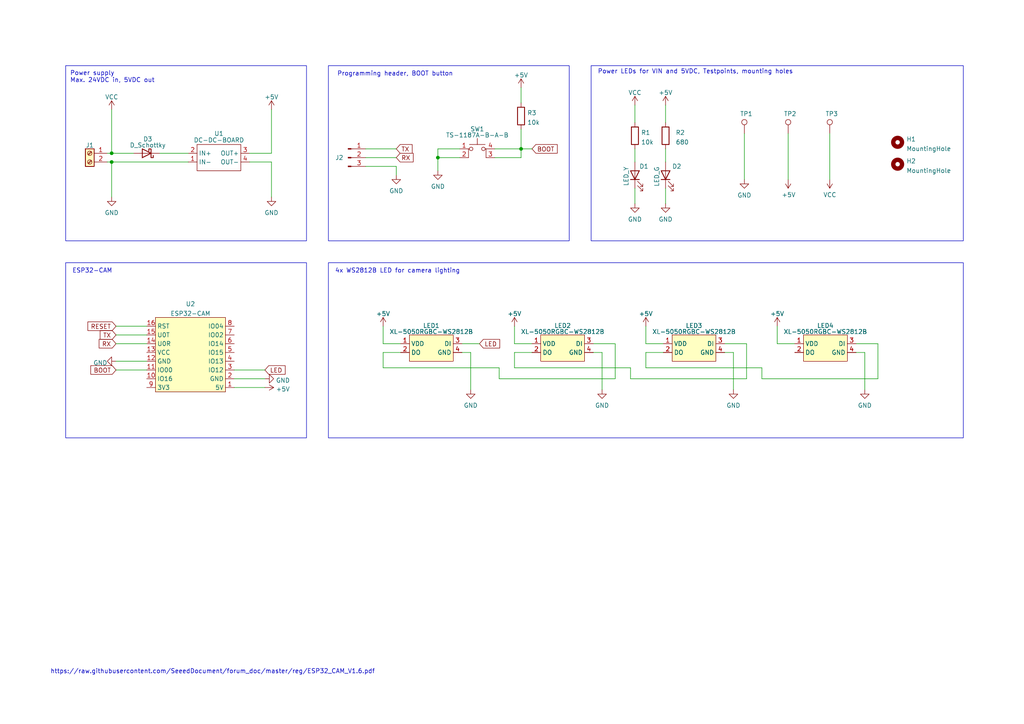
<source format=kicad_sch>
(kicad_sch (version 20220404) (generator eeschema)

  (uuid 57298579-e233-4a17-a12d-aca6226052c8)

  (paper "A4")

  (title_block
    (title "ESP32-CAM POWER BOARD")
    (date "2022-06-02")
    (rev "1.4")
    (company "Bouni, 2022")
  )

  (lib_symbols
    (symbol "Connector:Conn_01x03_Male" (pin_names (offset 1.016) hide) (in_bom yes) (on_board yes)
      (property "Reference" "J" (id 0) (at 0 5.08 0)
        (effects (font (size 1.27 1.27)))
      )
      (property "Value" "Conn_01x03_Male" (id 1) (at 0 -5.08 0)
        (effects (font (size 1.27 1.27)))
      )
      (property "Footprint" "" (id 2) (at 0 0 0)
        (effects (font (size 1.27 1.27)) hide)
      )
      (property "Datasheet" "~" (id 3) (at 0 0 0)
        (effects (font (size 1.27 1.27)) hide)
      )
      (property "ki_keywords" "connector" (id 4) (at 0 0 0)
        (effects (font (size 1.27 1.27)) hide)
      )
      (property "ki_description" "Generic connector, single row, 01x03, script generated (kicad-library-utils/schlib/autogen/connector/)" (id 5) (at 0 0 0)
        (effects (font (size 1.27 1.27)) hide)
      )
      (property "ki_fp_filters" "Connector*:*_1x??_*" (id 6) (at 0 0 0)
        (effects (font (size 1.27 1.27)) hide)
      )
      (symbol "Conn_01x03_Male_1_1"
        (polyline
          (pts
            (xy 1.27 -2.54)
            (xy 0.8636 -2.54)
          )
          (stroke (width 0.1524) (type default))
          (fill (type none))
        )
        (polyline
          (pts
            (xy 1.27 0)
            (xy 0.8636 0)
          )
          (stroke (width 0.1524) (type default))
          (fill (type none))
        )
        (polyline
          (pts
            (xy 1.27 2.54)
            (xy 0.8636 2.54)
          )
          (stroke (width 0.1524) (type default))
          (fill (type none))
        )
        (rectangle (start 0.8636 -2.413) (end 0 -2.667)
          (stroke (width 0.1524) (type default))
          (fill (type outline))
        )
        (rectangle (start 0.8636 0.127) (end 0 -0.127)
          (stroke (width 0.1524) (type default))
          (fill (type outline))
        )
        (rectangle (start 0.8636 2.667) (end 0 2.413)
          (stroke (width 0.1524) (type default))
          (fill (type outline))
        )
        (pin passive line (at 5.08 2.54 180) (length 3.81)
          (name "Pin_1" (effects (font (size 1.27 1.27))))
          (number "1" (effects (font (size 1.27 1.27))))
        )
        (pin passive line (at 5.08 0 180) (length 3.81)
          (name "Pin_2" (effects (font (size 1.27 1.27))))
          (number "2" (effects (font (size 1.27 1.27))))
        )
        (pin passive line (at 5.08 -2.54 180) (length 3.81)
          (name "Pin_3" (effects (font (size 1.27 1.27))))
          (number "3" (effects (font (size 1.27 1.27))))
        )
      )
    )
    (symbol "Connector:Screw_Terminal_01x02" (pin_names (offset 1.016) hide) (in_bom yes) (on_board yes)
      (property "Reference" "J" (id 0) (at 0 2.54 0)
        (effects (font (size 1.27 1.27)))
      )
      (property "Value" "Screw_Terminal_01x02" (id 1) (at 0 -5.08 0)
        (effects (font (size 1.27 1.27)))
      )
      (property "Footprint" "" (id 2) (at 0 0 0)
        (effects (font (size 1.27 1.27)) hide)
      )
      (property "Datasheet" "~" (id 3) (at 0 0 0)
        (effects (font (size 1.27 1.27)) hide)
      )
      (property "ki_keywords" "screw terminal" (id 4) (at 0 0 0)
        (effects (font (size 1.27 1.27)) hide)
      )
      (property "ki_description" "Generic screw terminal, single row, 01x02, script generated (kicad-library-utils/schlib/autogen/connector/)" (id 5) (at 0 0 0)
        (effects (font (size 1.27 1.27)) hide)
      )
      (property "ki_fp_filters" "TerminalBlock*:*" (id 6) (at 0 0 0)
        (effects (font (size 1.27 1.27)) hide)
      )
      (symbol "Screw_Terminal_01x02_1_1"
        (rectangle (start -1.27 1.27) (end 1.27 -3.81)
          (stroke (width 0.254) (type default))
          (fill (type background))
        )
        (circle (center 0 -2.54) (radius 0.635)
          (stroke (width 0.1524) (type default))
          (fill (type none))
        )
        (polyline
          (pts
            (xy -0.5334 -2.2098)
            (xy 0.3302 -3.048)
          )
          (stroke (width 0.1524) (type default))
          (fill (type none))
        )
        (polyline
          (pts
            (xy -0.5334 0.3302)
            (xy 0.3302 -0.508)
          )
          (stroke (width 0.1524) (type default))
          (fill (type none))
        )
        (polyline
          (pts
            (xy -0.3556 -2.032)
            (xy 0.508 -2.8702)
          )
          (stroke (width 0.1524) (type default))
          (fill (type none))
        )
        (polyline
          (pts
            (xy -0.3556 0.508)
            (xy 0.508 -0.3302)
          )
          (stroke (width 0.1524) (type default))
          (fill (type none))
        )
        (circle (center 0 0) (radius 0.635)
          (stroke (width 0.1524) (type default))
          (fill (type none))
        )
        (pin passive line (at -5.08 0 0) (length 3.81)
          (name "Pin_1" (effects (font (size 1.27 1.27))))
          (number "1" (effects (font (size 1.27 1.27))))
        )
        (pin passive line (at -5.08 -2.54 0) (length 3.81)
          (name "Pin_2" (effects (font (size 1.27 1.27))))
          (number "2" (effects (font (size 1.27 1.27))))
        )
      )
    )
    (symbol "Connector:TestPoint" (pin_numbers hide) (pin_names (offset 0.762) hide) (in_bom yes) (on_board yes)
      (property "Reference" "TP" (id 0) (at 0 6.858 0)
        (effects (font (size 1.27 1.27)))
      )
      (property "Value" "TestPoint" (id 1) (at 0 5.08 0)
        (effects (font (size 1.27 1.27)))
      )
      (property "Footprint" "" (id 2) (at 5.08 0 0)
        (effects (font (size 1.27 1.27)) hide)
      )
      (property "Datasheet" "~" (id 3) (at 5.08 0 0)
        (effects (font (size 1.27 1.27)) hide)
      )
      (property "ki_keywords" "test point tp" (id 4) (at 0 0 0)
        (effects (font (size 1.27 1.27)) hide)
      )
      (property "ki_description" "test point" (id 5) (at 0 0 0)
        (effects (font (size 1.27 1.27)) hide)
      )
      (property "ki_fp_filters" "Pin* Test*" (id 6) (at 0 0 0)
        (effects (font (size 1.27 1.27)) hide)
      )
      (symbol "TestPoint_0_1"
        (circle (center 0 3.302) (radius 0.762)
          (stroke (width 0) (type default))
          (fill (type none))
        )
      )
      (symbol "TestPoint_1_1"
        (pin passive line (at 0 0 90) (length 2.54)
          (name "1" (effects (font (size 1.27 1.27))))
          (number "1" (effects (font (size 1.27 1.27))))
        )
      )
    )
    (symbol "Device:D_Schottky" (pin_numbers hide) (pin_names (offset 1.016) hide) (in_bom yes) (on_board yes)
      (property "Reference" "D" (id 0) (at 0 2.54 0)
        (effects (font (size 1.27 1.27)))
      )
      (property "Value" "D_Schottky" (id 1) (at 0 -2.54 0)
        (effects (font (size 1.27 1.27)))
      )
      (property "Footprint" "" (id 2) (at 0 0 0)
        (effects (font (size 1.27 1.27)) hide)
      )
      (property "Datasheet" "~" (id 3) (at 0 0 0)
        (effects (font (size 1.27 1.27)) hide)
      )
      (property "ki_keywords" "diode Schottky" (id 4) (at 0 0 0)
        (effects (font (size 1.27 1.27)) hide)
      )
      (property "ki_description" "Schottky diode" (id 5) (at 0 0 0)
        (effects (font (size 1.27 1.27)) hide)
      )
      (property "ki_fp_filters" "TO-???* *_Diode_* *SingleDiode* D_*" (id 6) (at 0 0 0)
        (effects (font (size 1.27 1.27)) hide)
      )
      (symbol "D_Schottky_0_1"
        (polyline
          (pts
            (xy 1.27 0)
            (xy -1.27 0)
          )
          (stroke (width 0) (type default))
          (fill (type none))
        )
        (polyline
          (pts
            (xy 1.27 1.27)
            (xy 1.27 -1.27)
            (xy -1.27 0)
            (xy 1.27 1.27)
          )
          (stroke (width 0.254) (type default))
          (fill (type none))
        )
        (polyline
          (pts
            (xy -1.905 0.635)
            (xy -1.905 1.27)
            (xy -1.27 1.27)
            (xy -1.27 -1.27)
            (xy -0.635 -1.27)
            (xy -0.635 -0.635)
          )
          (stroke (width 0.254) (type default))
          (fill (type none))
        )
      )
      (symbol "D_Schottky_1_1"
        (pin passive line (at -3.81 0 0) (length 2.54)
          (name "K" (effects (font (size 1.27 1.27))))
          (number "1" (effects (font (size 1.27 1.27))))
        )
        (pin passive line (at 3.81 0 180) (length 2.54)
          (name "A" (effects (font (size 1.27 1.27))))
          (number "2" (effects (font (size 1.27 1.27))))
        )
      )
    )
    (symbol "Device:LED" (pin_numbers hide) (pin_names (offset 1.016) hide) (in_bom yes) (on_board yes)
      (property "Reference" "D" (id 0) (at 0 2.54 0)
        (effects (font (size 1.27 1.27)))
      )
      (property "Value" "LED" (id 1) (at 0 -2.54 0)
        (effects (font (size 1.27 1.27)))
      )
      (property "Footprint" "" (id 2) (at 0 0 0)
        (effects (font (size 1.27 1.27)) hide)
      )
      (property "Datasheet" "~" (id 3) (at 0 0 0)
        (effects (font (size 1.27 1.27)) hide)
      )
      (property "ki_keywords" "LED diode" (id 4) (at 0 0 0)
        (effects (font (size 1.27 1.27)) hide)
      )
      (property "ki_description" "Light emitting diode" (id 5) (at 0 0 0)
        (effects (font (size 1.27 1.27)) hide)
      )
      (property "ki_fp_filters" "LED* LED_SMD:* LED_THT:*" (id 6) (at 0 0 0)
        (effects (font (size 1.27 1.27)) hide)
      )
      (symbol "LED_0_1"
        (polyline
          (pts
            (xy -1.27 -1.27)
            (xy -1.27 1.27)
          )
          (stroke (width 0.254) (type default))
          (fill (type none))
        )
        (polyline
          (pts
            (xy -1.27 0)
            (xy 1.27 0)
          )
          (stroke (width 0) (type default))
          (fill (type none))
        )
        (polyline
          (pts
            (xy 1.27 -1.27)
            (xy 1.27 1.27)
            (xy -1.27 0)
            (xy 1.27 -1.27)
          )
          (stroke (width 0.254) (type default))
          (fill (type none))
        )
        (polyline
          (pts
            (xy -3.048 -0.762)
            (xy -4.572 -2.286)
            (xy -3.81 -2.286)
            (xy -4.572 -2.286)
            (xy -4.572 -1.524)
          )
          (stroke (width 0) (type default))
          (fill (type none))
        )
        (polyline
          (pts
            (xy -1.778 -0.762)
            (xy -3.302 -2.286)
            (xy -2.54 -2.286)
            (xy -3.302 -2.286)
            (xy -3.302 -1.524)
          )
          (stroke (width 0) (type default))
          (fill (type none))
        )
      )
      (symbol "LED_1_1"
        (pin passive line (at -3.81 0 0) (length 2.54)
          (name "K" (effects (font (size 1.27 1.27))))
          (number "1" (effects (font (size 1.27 1.27))))
        )
        (pin passive line (at 3.81 0 180) (length 2.54)
          (name "A" (effects (font (size 1.27 1.27))))
          (number "2" (effects (font (size 1.27 1.27))))
        )
      )
    )
    (symbol "Device:R" (pin_numbers hide) (pin_names (offset 0)) (in_bom yes) (on_board yes)
      (property "Reference" "R" (id 0) (at 2.032 0 90)
        (effects (font (size 1.27 1.27)))
      )
      (property "Value" "R" (id 1) (at 0 0 90)
        (effects (font (size 1.27 1.27)))
      )
      (property "Footprint" "" (id 2) (at -1.778 0 90)
        (effects (font (size 1.27 1.27)) hide)
      )
      (property "Datasheet" "~" (id 3) (at 0 0 0)
        (effects (font (size 1.27 1.27)) hide)
      )
      (property "ki_keywords" "R res resistor" (id 4) (at 0 0 0)
        (effects (font (size 1.27 1.27)) hide)
      )
      (property "ki_description" "Resistor" (id 5) (at 0 0 0)
        (effects (font (size 1.27 1.27)) hide)
      )
      (property "ki_fp_filters" "R_*" (id 6) (at 0 0 0)
        (effects (font (size 1.27 1.27)) hide)
      )
      (symbol "R_0_1"
        (rectangle (start -1.016 -2.54) (end 1.016 2.54)
          (stroke (width 0.254) (type default))
          (fill (type none))
        )
      )
      (symbol "R_1_1"
        (pin passive line (at 0 3.81 270) (length 1.27)
          (name "~" (effects (font (size 1.27 1.27))))
          (number "1" (effects (font (size 1.27 1.27))))
        )
        (pin passive line (at 0 -3.81 90) (length 1.27)
          (name "~" (effects (font (size 1.27 1.27))))
          (number "2" (effects (font (size 1.27 1.27))))
        )
      )
    )
    (symbol "LCSC:XL-5050RGBC-WS2812B" (in_bom yes) (on_board yes)
      (property "Reference" "LED?" (id 0) (at 0 6.35 0)
        (effects (font (size 1.27 1.27)))
      )
      (property "Value" "XL-5050RGBC-WS2812B" (id 1) (at 0 -6.35 0)
        (effects (font (size 1.27 1.27)))
      )
      (property "Footprint" "LED-SMD_4P-L5.0-W5.0-BL_XL-5050RGBC" (id 2) (at 0 -8.89 0)
        (effects (font (size 1.27 1.27)) hide)
      )
      (property "Datasheet" "" (id 3) (at 0 0 0)
        (effects (font (size 1.27 1.27)) hide)
      )
      (property "Manufacturer" "XINGLIGHT(成兴光)" (id 4) (at 0 -11.43 0)
        (effects (font (size 1.27 1.27)) hide)
      )
      (property "LCSC Part" "C2843785" (id 5) (at 0 -13.97 0)
        (effects (font (size 1.27 1.27)) hide)
      )
      (property "JLC Part" "Extended Part" (id 6) (at 0 -16.51 0)
        (effects (font (size 1.27 1.27)) hide)
      )
      (symbol "XL-5050RGBC-WS2812B_0_1"
        (rectangle (start -6.35 3.81) (end 6.35 -3.81)
          (stroke (width 0) (type default))
          (fill (type background))
        )
        (pin unspecified line (at -8.89 1.27 0) (length 2.54)
          (name "VDD" (effects (font (size 1.27 1.27))))
          (number "1" (effects (font (size 1.27 1.27))))
        )
        (pin unspecified line (at -8.89 -1.27 0) (length 2.54)
          (name "DO" (effects (font (size 1.27 1.27))))
          (number "2" (effects (font (size 1.27 1.27))))
        )
        (pin unspecified line (at 8.89 1.27 180) (length 2.54)
          (name "DI" (effects (font (size 1.27 1.27))))
          (number "3" (effects (font (size 1.27 1.27))))
        )
        (pin unspecified line (at 8.89 -1.27 180) (length 2.54)
          (name "GND" (effects (font (size 1.27 1.27))))
          (number "4" (effects (font (size 1.27 1.27))))
        )
      )
    )
    (symbol "Mechanical:MountingHole" (pin_names (offset 1.016)) (in_bom yes) (on_board yes)
      (property "Reference" "H" (id 0) (at 0 5.08 0)
        (effects (font (size 1.27 1.27)))
      )
      (property "Value" "MountingHole" (id 1) (at 0 3.175 0)
        (effects (font (size 1.27 1.27)))
      )
      (property "Footprint" "" (id 2) (at 0 0 0)
        (effects (font (size 1.27 1.27)) hide)
      )
      (property "Datasheet" "~" (id 3) (at 0 0 0)
        (effects (font (size 1.27 1.27)) hide)
      )
      (property "ki_keywords" "mounting hole" (id 4) (at 0 0 0)
        (effects (font (size 1.27 1.27)) hide)
      )
      (property "ki_description" "Mounting Hole without connection" (id 5) (at 0 0 0)
        (effects (font (size 1.27 1.27)) hide)
      )
      (property "ki_fp_filters" "MountingHole*" (id 6) (at 0 0 0)
        (effects (font (size 1.27 1.27)) hide)
      )
      (symbol "MountingHole_0_1"
        (circle (center 0 0) (radius 1.27)
          (stroke (width 1.27) (type default))
          (fill (type none))
        )
      )
    )
    (symbol "Switch:SW_MEC_5E" (pin_names (offset 1.016) hide) (in_bom yes) (on_board yes)
      (property "Reference" "SW" (id 0) (at 0.635 5.715 0)
        (effects (font (size 1.27 1.27)) (justify left))
      )
      (property "Value" "SW_MEC_5E" (id 1) (at 0 -3.175 0)
        (effects (font (size 1.27 1.27)))
      )
      (property "Footprint" "" (id 2) (at 0 7.62 0)
        (effects (font (size 1.27 1.27)) hide)
      )
      (property "Datasheet" "http://www.apem.com/int/index.php?controller=attachment&id_attachment=1371" (id 3) (at 0 7.62 0)
        (effects (font (size 1.27 1.27)) hide)
      )
      (property "ki_keywords" "switch normally-open pushbutton push-button" (id 4) (at 0 0 0)
        (effects (font (size 1.27 1.27)) hide)
      )
      (property "ki_description" "MEC 5E single pole normally-open tactile switch" (id 5) (at 0 0 0)
        (effects (font (size 1.27 1.27)) hide)
      )
      (property "ki_fp_filters" "SW*MEC*5G*" (id 6) (at 0 0 0)
        (effects (font (size 1.27 1.27)) hide)
      )
      (symbol "SW_MEC_5E_0_1"
        (circle (center -1.778 2.54) (radius 0.508)
          (stroke (width 0) (type default))
          (fill (type none))
        )
        (polyline
          (pts
            (xy -2.286 3.81)
            (xy 2.286 3.81)
          )
          (stroke (width 0) (type default))
          (fill (type none))
        )
        (polyline
          (pts
            (xy 0 3.81)
            (xy 0 5.588)
          )
          (stroke (width 0) (type default))
          (fill (type none))
        )
        (polyline
          (pts
            (xy -2.54 0)
            (xy -2.54 2.54)
            (xy -2.286 2.54)
          )
          (stroke (width 0) (type default))
          (fill (type none))
        )
        (polyline
          (pts
            (xy 2.54 0)
            (xy 2.54 2.54)
            (xy 2.286 2.54)
          )
          (stroke (width 0) (type default))
          (fill (type none))
        )
        (circle (center 1.778 2.54) (radius 0.508)
          (stroke (width 0) (type default))
          (fill (type none))
        )
        (pin passive line (at -5.08 2.54 0) (length 2.54)
          (name "1" (effects (font (size 1.27 1.27))))
          (number "1" (effects (font (size 1.27 1.27))))
        )
        (pin passive line (at -5.08 0 0) (length 2.54)
          (name "2" (effects (font (size 1.27 1.27))))
          (number "2" (effects (font (size 1.27 1.27))))
        )
        (pin passive line (at 5.08 0 180) (length 2.54)
          (name "K" (effects (font (size 1.27 1.27))))
          (number "3" (effects (font (size 1.27 1.27))))
        )
        (pin passive line (at 5.08 2.54 180) (length 2.54)
          (name "A" (effects (font (size 1.27 1.27))))
          (number "4" (effects (font (size 1.27 1.27))))
        )
      )
    )
    (symbol "bouni:DC-DC-BOARD" (in_bom yes) (on_board yes)
      (property "Reference" "U" (id 0) (at 0 6.35 0)
        (effects (font (size 1.27 1.27)))
      )
      (property "Value" "DC-DC-BOARD" (id 1) (at 0 5.08 0)
        (effects (font (size 1.27 1.27)))
      )
      (property "Footprint" "" (id 2) (at 0 6.35 0)
        (effects (font (size 1.27 1.27)) hide)
      )
      (property "Datasheet" "" (id 3) (at 0 6.35 0)
        (effects (font (size 1.27 1.27)) hide)
      )
      (symbol "DC-DC-BOARD_0_1"
        (rectangle (start -6.35 3.81) (end 6.35 -3.81)
          (stroke (width 0.1524) (type default))
          (fill (type none))
        )
      )
      (symbol "DC-DC-BOARD_1_1"
        (pin power_in line (at -8.89 1.27 0) (length 2.54)
          (name "IN-" (effects (font (size 1.27 1.27))))
          (number "1" (effects (font (size 1.27 1.27))))
        )
        (pin power_in line (at -8.89 -1.27 0) (length 2.54)
          (name "IN+" (effects (font (size 1.27 1.27))))
          (number "2" (effects (font (size 1.27 1.27))))
        )
        (pin power_out line (at 8.89 -1.27 180) (length 2.54)
          (name "OUT+" (effects (font (size 1.27 1.27))))
          (number "3" (effects (font (size 1.27 1.27))))
        )
        (pin power_out line (at 8.89 1.27 180) (length 2.54)
          (name "OUT-" (effects (font (size 1.27 1.27))))
          (number "4" (effects (font (size 1.27 1.27))))
        )
      )
    )
    (symbol "bouni:ESP32-CAM" (in_bom yes) (on_board yes)
      (property "Reference" "U" (id 0) (at 0 12.7 0)
        (effects (font (size 1.27 1.27)))
      )
      (property "Value" "ESP32-CAM" (id 1) (at 0 0 90)
        (effects (font (size 1.27 1.27)))
      )
      (property "Footprint" "" (id 2) (at 0 0 0)
        (effects (font (size 1.27 1.27)) hide)
      )
      (property "Datasheet" "" (id 3) (at 0 0 0)
        (effects (font (size 1.27 1.27)) hide)
      )
      (symbol "ESP32-CAM_0_1"
        (rectangle (start -10.16 11.43) (end 10.16 -10.16)
          (stroke (width 0.1524) (type default))
          (fill (type background))
        )
      )
      (symbol "ESP32-CAM_1_1"
        (pin power_in line (at 12.7 -8.89 180) (length 2.54)
          (name "5V" (effects (font (size 1.27 1.27))))
          (number "1" (effects (font (size 1.27 1.27))))
        )
        (pin bidirectional line (at -12.7 -6.35 0) (length 2.54)
          (name "IO16" (effects (font (size 1.27 1.27))))
          (number "10" (effects (font (size 1.27 1.27))))
        )
        (pin bidirectional line (at -12.7 -3.81 0) (length 2.54)
          (name "IO00" (effects (font (size 1.27 1.27))))
          (number "11" (effects (font (size 1.27 1.27))))
        )
        (pin passive line (at -12.7 -1.27 0) (length 2.54)
          (name "GND" (effects (font (size 1.27 1.27))))
          (number "12" (effects (font (size 1.27 1.27))))
        )
        (pin power_in line (at -12.7 1.27 0) (length 2.54)
          (name "VCC" (effects (font (size 1.27 1.27))))
          (number "13" (effects (font (size 1.27 1.27))))
        )
        (pin bidirectional line (at -12.7 3.81 0) (length 2.54)
          (name "U0R" (effects (font (size 1.27 1.27))))
          (number "14" (effects (font (size 1.27 1.27))))
        )
        (pin bidirectional line (at -12.7 6.35 0) (length 2.54)
          (name "U0T" (effects (font (size 1.27 1.27))))
          (number "15" (effects (font (size 1.27 1.27))))
        )
        (pin bidirectional line (at -12.7 8.89 0) (length 2.54)
          (name "RST" (effects (font (size 1.27 1.27))))
          (number "16" (effects (font (size 1.27 1.27))))
        )
        (pin passive line (at 12.7 -6.35 180) (length 2.54)
          (name "GND" (effects (font (size 1.27 1.27))))
          (number "2" (effects (font (size 1.27 1.27))))
        )
        (pin bidirectional line (at 12.7 -3.81 180) (length 2.54)
          (name "IO12" (effects (font (size 1.27 1.27))))
          (number "3" (effects (font (size 1.27 1.27))))
        )
        (pin bidirectional line (at 12.7 -1.27 180) (length 2.54)
          (name "IO13" (effects (font (size 1.27 1.27))))
          (number "4" (effects (font (size 1.27 1.27))))
        )
        (pin bidirectional line (at 12.7 1.27 180) (length 2.54)
          (name "IO15" (effects (font (size 1.27 1.27))))
          (number "5" (effects (font (size 1.27 1.27))))
        )
        (pin bidirectional line (at 12.7 3.81 180) (length 2.54)
          (name "IO14" (effects (font (size 1.27 1.27))))
          (number "6" (effects (font (size 1.27 1.27))))
        )
        (pin bidirectional line (at 12.7 6.35 180) (length 2.54)
          (name "IO02" (effects (font (size 1.27 1.27))))
          (number "7" (effects (font (size 1.27 1.27))))
        )
        (pin bidirectional line (at 12.7 8.89 180) (length 2.54)
          (name "IO04" (effects (font (size 1.27 1.27))))
          (number "8" (effects (font (size 1.27 1.27))))
        )
        (pin power_out line (at -12.7 -8.89 0) (length 2.54)
          (name "3V3" (effects (font (size 1.27 1.27))))
          (number "9" (effects (font (size 1.27 1.27))))
        )
      )
    )
    (symbol "power:+5V" (power) (pin_names (offset 0)) (in_bom yes) (on_board yes)
      (property "Reference" "#PWR" (id 0) (at 0 -3.81 0)
        (effects (font (size 1.27 1.27)) hide)
      )
      (property "Value" "+5V" (id 1) (at 0 3.556 0)
        (effects (font (size 1.27 1.27)))
      )
      (property "Footprint" "" (id 2) (at 0 0 0)
        (effects (font (size 1.27 1.27)) hide)
      )
      (property "Datasheet" "" (id 3) (at 0 0 0)
        (effects (font (size 1.27 1.27)) hide)
      )
      (property "ki_keywords" "power-flag" (id 4) (at 0 0 0)
        (effects (font (size 1.27 1.27)) hide)
      )
      (property "ki_description" "Power symbol creates a global label with name \"+5V\"" (id 5) (at 0 0 0)
        (effects (font (size 1.27 1.27)) hide)
      )
      (symbol "+5V_0_1"
        (polyline
          (pts
            (xy -0.762 1.27)
            (xy 0 2.54)
          )
          (stroke (width 0) (type default))
          (fill (type none))
        )
        (polyline
          (pts
            (xy 0 0)
            (xy 0 2.54)
          )
          (stroke (width 0) (type default))
          (fill (type none))
        )
        (polyline
          (pts
            (xy 0 2.54)
            (xy 0.762 1.27)
          )
          (stroke (width 0) (type default))
          (fill (type none))
        )
      )
      (symbol "+5V_1_1"
        (pin power_in line (at 0 0 90) (length 0) hide
          (name "+5V" (effects (font (size 1.27 1.27))))
          (number "1" (effects (font (size 1.27 1.27))))
        )
      )
    )
    (symbol "power:GND" (power) (pin_names (offset 0)) (in_bom yes) (on_board yes)
      (property "Reference" "#PWR" (id 0) (at 0 -6.35 0)
        (effects (font (size 1.27 1.27)) hide)
      )
      (property "Value" "GND" (id 1) (at 0 -3.81 0)
        (effects (font (size 1.27 1.27)))
      )
      (property "Footprint" "" (id 2) (at 0 0 0)
        (effects (font (size 1.27 1.27)) hide)
      )
      (property "Datasheet" "" (id 3) (at 0 0 0)
        (effects (font (size 1.27 1.27)) hide)
      )
      (property "ki_keywords" "power-flag" (id 4) (at 0 0 0)
        (effects (font (size 1.27 1.27)) hide)
      )
      (property "ki_description" "Power symbol creates a global label with name \"GND\" , ground" (id 5) (at 0 0 0)
        (effects (font (size 1.27 1.27)) hide)
      )
      (symbol "GND_0_1"
        (polyline
          (pts
            (xy 0 0)
            (xy 0 -1.27)
            (xy 1.27 -1.27)
            (xy 0 -2.54)
            (xy -1.27 -1.27)
            (xy 0 -1.27)
          )
          (stroke (width 0) (type default))
          (fill (type none))
        )
      )
      (symbol "GND_1_1"
        (pin power_in line (at 0 0 270) (length 0) hide
          (name "GND" (effects (font (size 1.27 1.27))))
          (number "1" (effects (font (size 1.27 1.27))))
        )
      )
    )
    (symbol "power:VCC" (power) (pin_names (offset 0)) (in_bom yes) (on_board yes)
      (property "Reference" "#PWR" (id 0) (at 0 -3.81 0)
        (effects (font (size 1.27 1.27)) hide)
      )
      (property "Value" "VCC" (id 1) (at 0 3.81 0)
        (effects (font (size 1.27 1.27)))
      )
      (property "Footprint" "" (id 2) (at 0 0 0)
        (effects (font (size 1.27 1.27)) hide)
      )
      (property "Datasheet" "" (id 3) (at 0 0 0)
        (effects (font (size 1.27 1.27)) hide)
      )
      (property "ki_keywords" "power-flag" (id 4) (at 0 0 0)
        (effects (font (size 1.27 1.27)) hide)
      )
      (property "ki_description" "Power symbol creates a global label with name \"VCC\"" (id 5) (at 0 0 0)
        (effects (font (size 1.27 1.27)) hide)
      )
      (symbol "VCC_0_1"
        (polyline
          (pts
            (xy -0.762 1.27)
            (xy 0 2.54)
          )
          (stroke (width 0) (type default))
          (fill (type none))
        )
        (polyline
          (pts
            (xy 0 0)
            (xy 0 2.54)
          )
          (stroke (width 0) (type default))
          (fill (type none))
        )
        (polyline
          (pts
            (xy 0 2.54)
            (xy 0.762 1.27)
          )
          (stroke (width 0) (type default))
          (fill (type none))
        )
      )
      (symbol "VCC_1_1"
        (pin power_in line (at 0 0 90) (length 0) hide
          (name "VCC" (effects (font (size 1.27 1.27))))
          (number "1" (effects (font (size 1.27 1.27))))
        )
      )
    )
  )

  (junction (at 32.385 44.45) (diameter 0) (color 0 0 0 0)
    (uuid 89d8677a-b7b9-4250-982c-e32e7746c75e)
  )
  (junction (at 151.13 43.18) (diameter 0) (color 0 0 0 0)
    (uuid 99a09193-8e82-4ea6-9cc9-5cb3c8e121ef)
  )
  (junction (at 127 45.72) (diameter 0) (color 0 0 0 0)
    (uuid cae0701c-3b07-4505-a11e-6decee569d34)
  )
  (junction (at 32.385 46.99) (diameter 0) (color 0 0 0 0)
    (uuid e43b8970-693c-49e1-9198-603d53fc3701)
  )

  (wire (pts (xy 111.125 106.68) (xy 144.78 106.68))
    (stroke (width 0) (type default))
    (uuid 023c0947-33fc-4539-ac86-87657f5cfa40)
  )
  (wire (pts (xy 149.225 99.695) (xy 154.305 99.695))
    (stroke (width 0) (type default))
    (uuid 05d55d62-bdab-434d-817e-55def0d5e74d)
  )
  (wire (pts (xy 178.435 99.695) (xy 178.435 109.855))
    (stroke (width 0) (type default))
    (uuid 05e87d77-b247-421e-bd76-548a3db0f44e)
  )
  (wire (pts (xy 149.225 102.235) (xy 149.225 106.68))
    (stroke (width 0) (type default))
    (uuid 137b0748-8500-4ca2-9d3e-ad82bf36efc0)
  )
  (wire (pts (xy 216.535 99.695) (xy 210.185 99.695))
    (stroke (width 0) (type default))
    (uuid 18d4c514-85f9-41f7-a776-39f245029d5f)
  )
  (wire (pts (xy 111.125 99.695) (xy 116.205 99.695))
    (stroke (width 0) (type default))
    (uuid 1b18824d-adc0-4113-a590-3574b1c71b8b)
  )
  (wire (pts (xy 182.88 106.68) (xy 182.88 109.855))
    (stroke (width 0) (type default))
    (uuid 1d65ff3b-d889-4825-8115-48f92b7c6f65)
  )
  (wire (pts (xy 172.085 102.235) (xy 174.625 102.235))
    (stroke (width 0) (type default))
    (uuid 2a66199e-e021-4211-a6c4-10239bf2a2b5)
  )
  (wire (pts (xy 178.435 99.695) (xy 172.085 99.695))
    (stroke (width 0) (type default))
    (uuid 2bbc8b4b-4516-4d59-b08d-4b6ba01081f6)
  )
  (wire (pts (xy 210.185 102.235) (xy 212.725 102.235))
    (stroke (width 0) (type default))
    (uuid 2ef568df-d70a-44b7-8cea-e2aabfb3536b)
  )
  (wire (pts (xy 33.655 99.695) (xy 42.545 99.695))
    (stroke (width 0) (type solid))
    (uuid 381552d7-ee0a-4a4f-a8c7-6fe2dd9c5911)
  )
  (wire (pts (xy 254.635 99.695) (xy 248.285 99.695))
    (stroke (width 0) (type default))
    (uuid 388926eb-d243-4288-b702-ab0f67a551b8)
  )
  (wire (pts (xy 127 45.72) (xy 133.35 45.72))
    (stroke (width 0) (type default))
    (uuid 39bbbb4a-3d1c-42b7-b99a-325ae18171c1)
  )
  (wire (pts (xy 215.9 38.735) (xy 215.9 52.07))
    (stroke (width 0) (type default))
    (uuid 3f531707-350d-467d-a240-8dfb0f9a7fd5)
  )
  (wire (pts (xy 151.13 43.18) (xy 151.13 45.72))
    (stroke (width 0) (type default))
    (uuid 40e73fe6-0e19-43d8-88cf-a67a6b3141a7)
  )
  (wire (pts (xy 32.385 46.99) (xy 54.61 46.99))
    (stroke (width 0) (type default))
    (uuid 429e9f33-0df3-43b3-9d94-273ee60b0f8f)
  )
  (wire (pts (xy 33.655 94.615) (xy 42.545 94.615))
    (stroke (width 0) (type solid))
    (uuid 44b4fe1e-eab3-49d5-bbf9-52687a2fb440)
  )
  (wire (pts (xy 114.935 48.26) (xy 114.935 50.8))
    (stroke (width 0) (type default))
    (uuid 4931d93a-99d7-4cd9-bbcc-f2b959c3076f)
  )
  (wire (pts (xy 116.205 102.235) (xy 111.125 102.235))
    (stroke (width 0) (type default))
    (uuid 4e936714-5694-4f18-bbf1-44af75b93320)
  )
  (wire (pts (xy 72.39 46.99) (xy 78.74 46.99))
    (stroke (width 0) (type default))
    (uuid 51d29e2a-0f85-4b99-8954-5690307418a3)
  )
  (wire (pts (xy 193.04 30.48) (xy 193.04 35.56))
    (stroke (width 0) (type solid))
    (uuid 52521e45-0bec-40c5-9cc7-04d9e931f9f6)
  )
  (wire (pts (xy 151.13 45.72) (xy 143.51 45.72))
    (stroke (width 0) (type default))
    (uuid 54bd65d8-74f0-44e9-8053-5fe980df601c)
  )
  (wire (pts (xy 182.88 109.855) (xy 216.535 109.855))
    (stroke (width 0) (type default))
    (uuid 55cb30dc-20f6-4034-b1aa-7bff9e69cd92)
  )
  (wire (pts (xy 127 45.72) (xy 127 43.18))
    (stroke (width 0) (type default))
    (uuid 586fc9c8-7e65-4eda-a5e7-3f4f83113a56)
  )
  (wire (pts (xy 46.355 44.45) (xy 54.61 44.45))
    (stroke (width 0) (type default))
    (uuid 5ab5224c-9472-4287-bb95-6f7a1b66c1d3)
  )
  (wire (pts (xy 193.04 43.18) (xy 193.04 46.99))
    (stroke (width 0) (type solid))
    (uuid 5b67c2c9-735a-43ee-8440-5eebe043268e)
  )
  (wire (pts (xy 174.625 102.235) (xy 174.625 113.03))
    (stroke (width 0) (type default))
    (uuid 5cfd86d4-c443-435a-a0b3-34436bfd5cda)
  )
  (wire (pts (xy 127 43.18) (xy 133.35 43.18))
    (stroke (width 0) (type default))
    (uuid 5d88e844-d3ca-4835-9da4-a436e85b1a0f)
  )
  (wire (pts (xy 184.15 54.61) (xy 184.15 59.055))
    (stroke (width 0) (type solid))
    (uuid 5e2d056f-016b-447e-bafd-4a658243636b)
  )
  (wire (pts (xy 32.385 46.99) (xy 32.385 57.15))
    (stroke (width 0) (type default))
    (uuid 612b86af-2fce-46f4-b829-3088259d31dd)
  )
  (wire (pts (xy 67.945 107.315) (xy 76.835 107.315))
    (stroke (width 0) (type default))
    (uuid 62da2427-3771-4237-8a7f-4d2dfea8080f)
  )
  (wire (pts (xy 192.405 102.235) (xy 187.325 102.235))
    (stroke (width 0) (type default))
    (uuid 64a1ddfc-e3d1-40b9-9902-1ae862633d0e)
  )
  (wire (pts (xy 67.945 112.395) (xy 76.835 112.395))
    (stroke (width 0) (type solid))
    (uuid 6deccff7-eca5-478a-8347-eb44e190dd8b)
  )
  (wire (pts (xy 133.985 102.235) (xy 136.525 102.235))
    (stroke (width 0) (type default))
    (uuid 6e84ef4c-1016-4225-8cc6-870f93be2306)
  )
  (wire (pts (xy 187.325 99.695) (xy 192.405 99.695))
    (stroke (width 0) (type default))
    (uuid 711a6953-c49c-4704-ac57-88eebad04306)
  )
  (wire (pts (xy 33.655 97.155) (xy 42.545 97.155))
    (stroke (width 0) (type solid))
    (uuid 728ce960-620e-4de2-91b2-d1d0b2544eaa)
  )
  (wire (pts (xy 33.655 104.775) (xy 42.545 104.775))
    (stroke (width 0) (type solid))
    (uuid 72ad7590-e92e-424c-9d23-b82064177b7d)
  )
  (wire (pts (xy 31.115 44.45) (xy 32.385 44.45))
    (stroke (width 0) (type default))
    (uuid 7472d0a0-3c4a-4287-bdcb-27c9b9b47c3f)
  )
  (wire (pts (xy 220.98 106.68) (xy 220.98 109.855))
    (stroke (width 0) (type default))
    (uuid 7554cc82-c586-4c42-a0d3-bf569759929e)
  )
  (wire (pts (xy 127 49.53) (xy 127 45.72))
    (stroke (width 0) (type default))
    (uuid 75d571f8-437c-46e9-af04-a2b28324f491)
  )
  (wire (pts (xy 111.125 94.615) (xy 111.125 99.695))
    (stroke (width 0) (type default))
    (uuid 76919f64-9531-429e-bb92-4d707ab48349)
  )
  (wire (pts (xy 144.78 109.855) (xy 178.435 109.855))
    (stroke (width 0) (type default))
    (uuid 7950e39b-9476-4714-a980-119d25e8cee0)
  )
  (wire (pts (xy 33.655 107.315) (xy 42.545 107.315))
    (stroke (width 0) (type solid))
    (uuid 82a6c2ed-c883-4cbf-bdde-08240e6a5e51)
  )
  (wire (pts (xy 151.13 25.4) (xy 151.13 29.845))
    (stroke (width 0) (type default))
    (uuid 845df472-9bca-4dd5-9488-078070d33ecf)
  )
  (wire (pts (xy 144.78 106.68) (xy 144.78 109.855))
    (stroke (width 0) (type default))
    (uuid 8a100ce5-232c-4d06-8317-ac30c7e0d74c)
  )
  (wire (pts (xy 32.385 44.45) (xy 38.735 44.45))
    (stroke (width 0) (type default))
    (uuid 8e9c5e10-8f0f-4209-8f43-695cc0e554db)
  )
  (wire (pts (xy 136.525 102.235) (xy 136.525 113.03))
    (stroke (width 0) (type default))
    (uuid 8fc9ba86-5919-4f66-8833-1a2ff4826680)
  )
  (wire (pts (xy 220.98 109.855) (xy 254.635 109.855))
    (stroke (width 0) (type default))
    (uuid 93ce8656-a6fc-47ff-af35-83f875711fd9)
  )
  (wire (pts (xy 32.385 31.75) (xy 32.385 44.45))
    (stroke (width 0) (type default))
    (uuid 9750249c-97c5-41c6-9ffc-56c9f38dc074)
  )
  (wire (pts (xy 151.13 43.18) (xy 154.305 43.18))
    (stroke (width 0) (type default))
    (uuid 9981c571-3640-4f5a-a762-8140b823d203)
  )
  (wire (pts (xy 193.04 54.61) (xy 193.04 59.055))
    (stroke (width 0) (type solid))
    (uuid 9bebceb3-70be-4305-8fe7-aee3bb9926da)
  )
  (wire (pts (xy 187.325 94.615) (xy 187.325 99.695))
    (stroke (width 0) (type default))
    (uuid a4682702-8463-4493-bc0c-720b33feef39)
  )
  (wire (pts (xy 67.945 109.855) (xy 76.835 109.855))
    (stroke (width 0) (type solid))
    (uuid a4a41c6a-2a86-4368-8be9-28c8889f5bd8)
  )
  (wire (pts (xy 111.125 102.235) (xy 111.125 106.68))
    (stroke (width 0) (type default))
    (uuid a6f8915e-2f9c-4b11-b614-cada04bd7817)
  )
  (wire (pts (xy 212.725 102.235) (xy 212.725 113.03))
    (stroke (width 0) (type default))
    (uuid a77d02ea-cb71-4fca-a710-7389be0e4d5b)
  )
  (wire (pts (xy 72.39 44.45) (xy 78.74 44.45))
    (stroke (width 0) (type default))
    (uuid a9b952c9-e2cf-4566-9bfc-a8486d4ed2f9)
  )
  (wire (pts (xy 143.51 43.18) (xy 151.13 43.18))
    (stroke (width 0) (type default))
    (uuid aa6c8a78-88de-43f4-aa9c-8105bed17c1f)
  )
  (wire (pts (xy 78.74 31.75) (xy 78.74 44.45))
    (stroke (width 0) (type default))
    (uuid ad3585e7-e48b-43f2-8724-048285d78b72)
  )
  (wire (pts (xy 240.665 38.735) (xy 240.665 52.07))
    (stroke (width 0) (type default))
    (uuid aee7093b-15dd-445b-b42b-5fcc006d31e9)
  )
  (wire (pts (xy 149.225 94.615) (xy 149.225 99.695))
    (stroke (width 0) (type default))
    (uuid afa593fe-aeb2-4bea-b5e7-bda82b555eb6)
  )
  (wire (pts (xy 31.115 46.99) (xy 32.385 46.99))
    (stroke (width 0) (type default))
    (uuid b4fbe5a7-fba1-4b8c-871c-712586d7e8ae)
  )
  (wire (pts (xy 225.425 99.695) (xy 230.505 99.695))
    (stroke (width 0) (type default))
    (uuid c03c1c15-dcc5-4372-bfff-ad00e359173d)
  )
  (wire (pts (xy 151.13 37.465) (xy 151.13 43.18))
    (stroke (width 0) (type default))
    (uuid c329e5ae-b1cd-4dae-a6e1-dfb8b7c7bd01)
  )
  (wire (pts (xy 106.045 43.18) (xy 114.935 43.18))
    (stroke (width 0) (type default))
    (uuid c8e2d6de-f490-4018-9dbf-8761c8885bd2)
  )
  (wire (pts (xy 139.065 99.695) (xy 133.985 99.695))
    (stroke (width 0) (type default))
    (uuid ca2cface-b298-4ca9-a1d0-f00e3443889a)
  )
  (wire (pts (xy 254.635 99.695) (xy 254.635 109.855))
    (stroke (width 0) (type default))
    (uuid d9fe233a-6ad3-4e75-82dd-79f3091c0095)
  )
  (wire (pts (xy 184.15 30.48) (xy 184.15 35.56))
    (stroke (width 0) (type solid))
    (uuid db154af2-217f-40ee-8d0e-0cb6f5ab4d50)
  )
  (wire (pts (xy 106.045 45.72) (xy 114.935 45.72))
    (stroke (width 0) (type default))
    (uuid db966a44-ac9e-403c-af91-de6b63599ef1)
  )
  (wire (pts (xy 149.225 106.68) (xy 182.88 106.68))
    (stroke (width 0) (type default))
    (uuid ddca92c6-4741-41d6-8483-c15a880d224b)
  )
  (wire (pts (xy 225.425 94.615) (xy 225.425 99.695))
    (stroke (width 0) (type default))
    (uuid e09e9ef7-aa3b-4e7c-bb1b-c730cbe13dab)
  )
  (wire (pts (xy 216.535 99.695) (xy 216.535 109.855))
    (stroke (width 0) (type default))
    (uuid e3b07fa0-ae9f-4b24-86fa-7a5cc6ef47d0)
  )
  (wire (pts (xy 187.325 106.68) (xy 220.98 106.68))
    (stroke (width 0) (type default))
    (uuid e7745738-7803-42f0-a94e-7bc260c63406)
  )
  (wire (pts (xy 250.825 102.235) (xy 250.825 113.03))
    (stroke (width 0) (type default))
    (uuid ee768e6c-bcff-48ed-ac53-b4510f858104)
  )
  (wire (pts (xy 106.045 48.26) (xy 114.935 48.26))
    (stroke (width 0) (type default))
    (uuid f228d366-7f4b-483f-a71c-11e6efa35626)
  )
  (wire (pts (xy 248.285 102.235) (xy 250.825 102.235))
    (stroke (width 0) (type default))
    (uuid f29ebb9f-0b5f-48e0-9ebc-801cc32b3032)
  )
  (wire (pts (xy 187.325 102.235) (xy 187.325 106.68))
    (stroke (width 0) (type default))
    (uuid f76b6c80-1016-4610-89c2-11948ad83221)
  )
  (wire (pts (xy 228.6 38.735) (xy 228.6 52.07))
    (stroke (width 0) (type default))
    (uuid f8971e07-5938-42a3-a588-3c05ba3e4957)
  )
  (wire (pts (xy 184.15 43.18) (xy 184.15 46.99))
    (stroke (width 0) (type solid))
    (uuid fa6b8312-9073-4e40-970f-e8f826db5643)
  )
  (wire (pts (xy 78.74 46.99) (xy 78.74 57.15))
    (stroke (width 0) (type default))
    (uuid fe7a2215-af9a-4183-8f92-80ed2f2e89b6)
  )
  (wire (pts (xy 154.305 102.235) (xy 149.225 102.235))
    (stroke (width 0) (type default))
    (uuid ff90299c-602c-46a7-9238-50315f7af06e)
  )

  (rectangle (start 95.25 76.2) (end 279.4 127)
    (stroke (width 0) (type default))
    (fill (type none))
    (uuid 4c4d355f-0f23-4048-bf1e-87b40082d435)
  )
  (rectangle (start 95.25 19.05) (end 165.1 69.85)
    (stroke (width 0) (type default))
    (fill (type none))
    (uuid 7f06c48c-0e36-4b30-a6ef-83d91c0c49a4)
  )
  (rectangle (start 171.45 19.05) (end 279.4 69.85)
    (stroke (width 0) (type default))
    (fill (type none))
    (uuid bb832a90-4c0f-4e87-8356-7e518c1ecfeb)
  )
  (rectangle (start 19.05 19.05) (end 88.9 69.85)
    (stroke (width 0) (type default))
    (fill (type none))
    (uuid bc36ea04-e9e9-4589-8f84-ecc64bf89598)
  )
  (rectangle (start 19.05 76.2) (end 88.9 127)
    (stroke (width 0) (type default))
    (fill (type none))
    (uuid f350f14c-b94f-4d32-b0f5-72dc8677949f)
  )

  (text "ESP32-CAM" (at 20.955 79.375 0)
    (effects (font (size 1.27 1.27)) (justify left bottom))
    (uuid 101294ef-7326-4b89-ba6d-29fafe0cd3e7)
  )
  (text "Power supply\nMax. 24VDC in, 5VDC out" (at 20.32 24.13 0)
    (effects (font (size 1.27 1.27)) (justify left bottom))
    (uuid 35a8e773-9a32-4a48-8d50-907c8dc23adc)
  )
  (text "4x WS2812B LED for camera lighting" (at 97.155 79.375 0)
    (effects (font (size 1.27 1.27)) (justify left bottom))
    (uuid c5970151-edbe-4199-b82e-0535e3d3adde)
  )
  (text "https://raw.githubusercontent.com/SeeedDocument/forum_doc/master/reg/ESP32_CAM_V1.6.pdf"
    (at 14.605 195.58 0)
    (effects (font (size 1.27 1.27)) (justify left bottom))
    (uuid c73d0bbd-fa80-4726-9ca0-d64cd5cc5505)
  )
  (text "Power LEDs for VIN and 5VDC, Testpoints, mounting holes"
    (at 173.355 21.59 0)
    (effects (font (size 1.27 1.27)) (justify left bottom))
    (uuid e6f8ba4e-2526-4c03-8a1c-e230d9aabbf7)
  )
  (text "Programming header, BOOT button" (at 97.79 22.225 0)
    (effects (font (size 1.27 1.27)) (justify left bottom))
    (uuid ff6154f2-1a2e-4da0-9c6b-7a8c980519cb)
  )

  (global_label "RESET" (shape input) (at 33.655 94.615 180) (fields_autoplaced)
    (effects (font (size 1.27 1.27)) (justify right))
    (uuid 0749b327-7eb9-412d-b680-65994e03e62b)
    (property "Intersheet References" "${INTERSHEET_REFS}" (id 0) (at -43.18 55.245 0)
      (effects (font (size 1.27 1.27)) (justify right) hide)
    )
  )
  (global_label "TX" (shape input) (at 114.935 43.18 0) (fields_autoplaced)
    (effects (font (size 1.27 1.27)) (justify left))
    (uuid 09a4a136-fc3e-4653-8626-8dbd541bb840)
    (property "Intersheet References" "${INTERSHEET_REFS}" (id 0) (at 191.77 1.27 0)
      (effects (font (size 1.27 1.27)) (justify left) hide)
    )
  )
  (global_label "TX" (shape input) (at 33.655 97.155 180) (fields_autoplaced)
    (effects (font (size 1.27 1.27)) (justify right))
    (uuid 332329d0-3b60-4e64-9d70-a77e125eeab0)
    (property "Intersheet References" "${INTERSHEET_REFS}" (id 0) (at -43.18 55.245 0)
      (effects (font (size 1.27 1.27)) (justify right) hide)
    )
  )
  (global_label "LED" (shape input) (at 76.835 107.315 0) (fields_autoplaced)
    (effects (font (size 1.27 1.27)) (justify left))
    (uuid 470b432a-3961-4f3d-a702-4ad1b313627c)
    (property "Intersheet References" "${INTERSHEET_REFS}" (id 0) (at -43.18 55.245 0)
      (effects (font (size 1.27 1.27)) (justify left) hide)
    )
  )
  (global_label "BOOT" (shape input) (at 33.655 107.315 180) (fields_autoplaced)
    (effects (font (size 1.27 1.27)) (justify right))
    (uuid 7a66e3e1-af8b-4048-baba-c0f1e1b9a22f)
    (property "Intersheet References" "${INTERSHEET_REFS}" (id 0) (at -43.18 55.245 0)
      (effects (font (size 1.27 1.27)) (justify right) hide)
    )
  )
  (global_label "RX" (shape input) (at 114.935 45.72 0) (fields_autoplaced)
    (effects (font (size 1.27 1.27)) (justify left))
    (uuid ca4155fe-a183-4b55-8fa7-bf568eed8c03)
    (property "Intersheet References" "${INTERSHEET_REFS}" (id 0) (at 191.77 1.27 0)
      (effects (font (size 1.27 1.27)) (justify left) hide)
    )
  )
  (global_label "LED" (shape input) (at 139.065 99.695 0) (fields_autoplaced)
    (effects (font (size 1.27 1.27)) (justify left))
    (uuid d5f55410-6bf3-49af-83c4-7ecad6ccc108)
    (property "Intersheet References" "${INTERSHEET_REFS}" (id 0) (at 145.3542 99.695 0)
      (effects (font (size 1.27 1.27)) (justify left) hide)
    )
  )
  (global_label "RX" (shape input) (at 33.655 99.695 180) (fields_autoplaced)
    (effects (font (size 1.27 1.27)) (justify right))
    (uuid e5926b5f-675d-48e9-9711-93296dfef7ae)
    (property "Intersheet References" "${INTERSHEET_REFS}" (id 0) (at -43.18 55.245 0)
      (effects (font (size 1.27 1.27)) (justify right) hide)
    )
  )
  (global_label "BOOT" (shape input) (at 154.305 43.18 0) (fields_autoplaced)
    (effects (font (size 1.27 1.27)) (justify left))
    (uuid f792f29a-7018-447e-b26f-77530ea64308)
    (property "Intersheet References" "${INTERSHEET_REFS}" (id 0) (at 162.0457 43.18 0)
      (effects (font (size 1.27 1.27)) (justify left) hide)
    )
  )

  (symbol (lib_id "Connector:Conn_01x03_Male") (at 100.965 45.72 0) (unit 1)
    (in_bom no) (on_board yes)
    (uuid 00516d3b-a332-4763-8f5c-08796135f4ee)
    (default_instance (reference "J") (unit 1) (value "Conn_01x03_Male") (footprint ""))
    (property "Reference" "J" (id 0) (at 98.425 45.72 0)
      (effects (font (size 1.27 1.27)))
    )
    (property "Value" "Conn_01x03_Male" (id 1) (at 101.6 42.0339 0)
      (effects (font (size 1.27 1.27)) hide)
    )
    (property "Footprint" "" (id 2) (at 100.965 45.72 0)
      (effects (font (size 1.27 1.27)) hide)
    )
    (property "Datasheet" "~" (id 3) (at 100.965 45.72 0)
      (effects (font (size 1.27 1.27)) hide)
    )
    (pin "1" (uuid 5c9b5539-bd8d-4ea7-a517-58b44b7ffc7f))
    (pin "2" (uuid 572ef7ee-f478-4006-960c-c396035ebf9e))
    (pin "3" (uuid c2ae7a13-85a0-4593-be95-821de666c7dd))
  )

  (symbol (lib_id "power:GND") (at 76.835 109.855 90) (unit 1)
    (in_bom yes) (on_board yes) (fields_autoplaced)
    (uuid 0a84253c-59c2-4e45-b963-8e719b704e56)
    (default_instance (reference "U") (unit 1) (value "") (footprint ""))
    (property "Reference" "U" (id 0) (at 83.185 109.855 0)
      (effects (font (size 1.27 1.27)) hide)
    )
    (property "Value" "" (id 1) (at 80.0101 110.334 90)
      (effects (font (size 1.27 1.27)) (justify right))
    )
    (property "Footprint" "" (id 2) (at 76.835 109.855 0)
      (effects (font (size 1.27 1.27)) hide)
    )
    (property "Datasheet" "" (id 3) (at 76.835 109.855 0)
      (effects (font (size 1.27 1.27)) hide)
    )
    (pin "1" (uuid 1af904e2-4ac1-485b-a637-131f4056cf0e))
  )

  (symbol (lib_id "power:GND") (at 215.9 52.07 0) (unit 1)
    (in_bom yes) (on_board yes) (fields_autoplaced)
    (uuid 0bf64ae5-66b3-42e0-9c87-9ef222791adf)
    (default_instance (reference "U") (unit 1) (value "") (footprint ""))
    (property "Reference" "U" (id 0) (at 215.9 58.42 0)
      (effects (font (size 1.27 1.27)) hide)
    )
    (property "Value" "" (id 1) (at 215.9 56.6326 0)
      (effects (font (size 1.27 1.27)))
    )
    (property "Footprint" "" (id 2) (at 215.9 52.07 0)
      (effects (font (size 1.27 1.27)) hide)
    )
    (property "Datasheet" "" (id 3) (at 215.9 52.07 0)
      (effects (font (size 1.27 1.27)) hide)
    )
    (pin "1" (uuid 2510d03f-e0eb-4d09-8c62-35155711d261))
  )

  (symbol (lib_id "power:GND") (at 193.04 59.055 0) (unit 1)
    (in_bom yes) (on_board yes) (fields_autoplaced)
    (uuid 100b0a5f-41cd-4b5e-aa7e-a84574b56258)
    (default_instance (reference "U") (unit 1) (value "") (footprint ""))
    (property "Reference" "U" (id 0) (at 193.04 65.405 0)
      (effects (font (size 1.27 1.27)) hide)
    )
    (property "Value" "" (id 1) (at 193.04 63.6176 0)
      (effects (font (size 1.27 1.27)))
    )
    (property "Footprint" "" (id 2) (at 193.04 59.055 0)
      (effects (font (size 1.27 1.27)) hide)
    )
    (property "Datasheet" "" (id 3) (at 193.04 59.055 0)
      (effects (font (size 1.27 1.27)) hide)
    )
    (pin "1" (uuid 307be427-a68c-4d3a-ae1a-44b5df5e5b18))
  )

  (symbol (lib_id "power:GND") (at 174.625 113.03 0) (unit 1)
    (in_bom yes) (on_board yes) (fields_autoplaced)
    (uuid 10c66839-1a3c-4acc-9514-6d1aedc3de69)
    (default_instance (reference "U") (unit 1) (value "") (footprint ""))
    (property "Reference" "U" (id 0) (at 174.625 119.38 0)
      (effects (font (size 1.27 1.27)) hide)
    )
    (property "Value" "" (id 1) (at 174.625 117.5926 0)
      (effects (font (size 1.27 1.27)))
    )
    (property "Footprint" "" (id 2) (at 174.625 113.03 0)
      (effects (font (size 1.27 1.27)) hide)
    )
    (property "Datasheet" "" (id 3) (at 174.625 113.03 0)
      (effects (font (size 1.27 1.27)) hide)
    )
    (pin "1" (uuid eac1020c-c17e-4e32-8438-b914c6539428))
  )

  (symbol (lib_id "power:GND") (at 114.935 50.8 0) (unit 1)
    (in_bom yes) (on_board yes) (fields_autoplaced)
    (uuid 18145b9e-f539-4b61-8f9f-2225f592a2b1)
    (default_instance (reference "U") (unit 1) (value "") (footprint ""))
    (property "Reference" "U" (id 0) (at 114.935 57.15 0)
      (effects (font (size 1.27 1.27)) hide)
    )
    (property "Value" "" (id 1) (at 114.935 55.3626 0)
      (effects (font (size 1.27 1.27)))
    )
    (property "Footprint" "" (id 2) (at 114.935 50.8 0)
      (effects (font (size 1.27 1.27)) hide)
    )
    (property "Datasheet" "" (id 3) (at 114.935 50.8 0)
      (effects (font (size 1.27 1.27)) hide)
    )
    (pin "1" (uuid 18ff93f5-f342-4ac3-9142-a9632ee077f3))
  )

  (symbol (lib_id "power:+5V") (at 149.225 94.615 0) (unit 1)
    (in_bom yes) (on_board yes) (fields_autoplaced)
    (uuid 1b4e4975-2987-4fd9-a4a7-62b85f393f66)
    (default_instance (reference "U") (unit 1) (value "") (footprint ""))
    (property "Reference" "U" (id 0) (at 149.225 98.425 0)
      (effects (font (size 1.27 1.27)) hide)
    )
    (property "Value" "" (id 1) (at 149.225 91.0104 0)
      (effects (font (size 1.27 1.27)))
    )
    (property "Footprint" "" (id 2) (at 149.225 94.615 0)
      (effects (font (size 1.27 1.27)) hide)
    )
    (property "Datasheet" "" (id 3) (at 149.225 94.615 0)
      (effects (font (size 1.27 1.27)) hide)
    )
    (pin "1" (uuid b94100c0-0960-4bad-8dc0-640b84cea4fe))
  )

  (symbol (lib_id "power:GND") (at 127 49.53 0) (unit 1)
    (in_bom yes) (on_board yes) (fields_autoplaced)
    (uuid 2a19dacf-f163-4a7f-9aec-fd6add4e1548)
    (default_instance (reference "U") (unit 1) (value "") (footprint ""))
    (property "Reference" "U" (id 0) (at 127 55.88 0)
      (effects (font (size 1.27 1.27)) hide)
    )
    (property "Value" "" (id 1) (at 127 54.0926 0)
      (effects (font (size 1.27 1.27)))
    )
    (property "Footprint" "" (id 2) (at 127 49.53 0)
      (effects (font (size 1.27 1.27)) hide)
    )
    (property "Datasheet" "" (id 3) (at 127 49.53 0)
      (effects (font (size 1.27 1.27)) hide)
    )
    (pin "1" (uuid 0abf4ced-e8ce-4bb4-8b8d-9581652ad25a))
  )

  (symbol (lib_id "power:GND") (at 184.15 59.055 0) (unit 1)
    (in_bom yes) (on_board yes) (fields_autoplaced)
    (uuid 2d2d39b5-4c87-4382-b03d-19ffd01bc9c2)
    (default_instance (reference "U") (unit 1) (value "") (footprint ""))
    (property "Reference" "U" (id 0) (at 184.15 65.405 0)
      (effects (font (size 1.27 1.27)) hide)
    )
    (property "Value" "" (id 1) (at 184.15 63.6176 0)
      (effects (font (size 1.27 1.27)))
    )
    (property "Footprint" "" (id 2) (at 184.15 59.055 0)
      (effects (font (size 1.27 1.27)) hide)
    )
    (property "Datasheet" "" (id 3) (at 184.15 59.055 0)
      (effects (font (size 1.27 1.27)) hide)
    )
    (pin "1" (uuid 7dc4b933-9196-426c-8f53-c5375e434701))
  )

  (symbol (lib_id "power:+5V") (at 76.835 112.395 270) (unit 1)
    (in_bom yes) (on_board yes) (fields_autoplaced)
    (uuid 2f9cbec8-c92c-4345-bc83-515fcdeb45dc)
    (default_instance (reference "U") (unit 1) (value "") (footprint ""))
    (property "Reference" "U" (id 0) (at 73.025 112.395 0)
      (effects (font (size 1.27 1.27)) hide)
    )
    (property "Value" "" (id 1) (at 80.0101 112.874 90)
      (effects (font (size 1.27 1.27)) (justify left))
    )
    (property "Footprint" "" (id 2) (at 76.835 112.395 0)
      (effects (font (size 1.27 1.27)) hide)
    )
    (property "Datasheet" "" (id 3) (at 76.835 112.395 0)
      (effects (font (size 1.27 1.27)) hide)
    )
    (pin "1" (uuid 73f7f92a-6f8e-424b-8881-e467a0715b90))
  )

  (symbol (lib_id "power:+5V") (at 78.74 31.75 0) (unit 1)
    (in_bom yes) (on_board yes) (fields_autoplaced)
    (uuid 35e048bb-290e-4e27-806d-25de97158600)
    (default_instance (reference "U") (unit 1) (value "") (footprint ""))
    (property "Reference" "U" (id 0) (at 78.74 35.56 0)
      (effects (font (size 1.27 1.27)) hide)
    )
    (property "Value" "" (id 1) (at 78.74 28.1454 0)
      (effects (font (size 1.27 1.27)))
    )
    (property "Footprint" "" (id 2) (at 78.74 31.75 0)
      (effects (font (size 1.27 1.27)) hide)
    )
    (property "Datasheet" "" (id 3) (at 78.74 31.75 0)
      (effects (font (size 1.27 1.27)) hide)
    )
    (pin "1" (uuid 9ede1318-0b4f-4814-924d-5da9260bbedf))
  )

  (symbol (lib_id "Device:R") (at 193.04 39.37 0) (unit 1)
    (in_bom yes) (on_board yes) (fields_autoplaced)
    (uuid 39c9ddb3-7fd3-459d-95fd-badaa429eb14)
    (default_instance (reference "U") (unit 1) (value "") (footprint ""))
    (property "Reference" "U" (id 0) (at 195.961 38.4615 0)
      (effects (font (size 1.27 1.27)) (justify left))
    )
    (property "Value" "" (id 1) (at 195.961 41.2366 0)
      (effects (font (size 1.27 1.27)) (justify left))
    )
    (property "Footprint" "" (id 2) (at 191.262 39.37 90)
      (effects (font (size 1.27 1.27)) hide)
    )
    (property "Datasheet" "~" (id 3) (at 193.04 39.37 0)
      (effects (font (size 1.27 1.27)) hide)
    )
    (property "Field4" "" (id 4) (at 193.04 39.37 0)
      (effects (font (size 1.27 1.27)) hide)
    )
    (property "LCSC" "C23228" (id 5) (at 193.04 39.37 0)
      (effects (font (size 1.27 1.27)) hide)
    )
    (pin "1" (uuid 2ef3ced2-869b-4deb-873c-d44fb26537c6))
    (pin "2" (uuid 306b9522-f57c-4f3e-863f-fe04b32d2f9c))
  )

  (symbol (lib_id "power:GND") (at 212.725 113.03 0) (unit 1)
    (in_bom yes) (on_board yes) (fields_autoplaced)
    (uuid 51d04ca8-b68f-4ca3-a2f3-cb1844a6feca)
    (default_instance (reference "U") (unit 1) (value "") (footprint ""))
    (property "Reference" "U" (id 0) (at 212.725 119.38 0)
      (effects (font (size 1.27 1.27)) hide)
    )
    (property "Value" "" (id 1) (at 212.725 117.5926 0)
      (effects (font (size 1.27 1.27)))
    )
    (property "Footprint" "" (id 2) (at 212.725 113.03 0)
      (effects (font (size 1.27 1.27)) hide)
    )
    (property "Datasheet" "" (id 3) (at 212.725 113.03 0)
      (effects (font (size 1.27 1.27)) hide)
    )
    (pin "1" (uuid 0a0e9835-00a1-47f5-bbf7-8601f62caa90))
  )

  (symbol (lib_id "Mechanical:MountingHole") (at 260.35 47.625 0) (unit 1)
    (in_bom no) (on_board yes) (fields_autoplaced)
    (uuid 5661bdee-3f30-48e8-8d29-c983abf52be7)
    (default_instance (reference "U") (unit 1) (value "") (footprint ""))
    (property "Reference" "U" (id 0) (at 262.8901 46.7165 0)
      (effects (font (size 1.27 1.27)) (justify left))
    )
    (property "Value" "" (id 1) (at 262.8901 49.4916 0)
      (effects (font (size 1.27 1.27)) (justify left))
    )
    (property "Footprint" "" (id 2) (at 260.35 47.625 0)
      (effects (font (size 1.27 1.27)) hide)
    )
    (property "Datasheet" "~" (id 3) (at 260.35 47.625 0)
      (effects (font (size 1.27 1.27)) hide)
    )
  )

  (symbol (lib_id "Device:R") (at 151.13 33.655 0) (unit 1)
    (in_bom yes) (on_board yes) (fields_autoplaced)
    (uuid 59b62f8b-d074-4fd8-a124-650c03f43e6f)
    (default_instance (reference "U") (unit 1) (value "") (footprint ""))
    (property "Reference" "U" (id 0) (at 152.908 32.7465 0)
      (effects (font (size 1.27 1.27)) (justify left))
    )
    (property "Value" "" (id 1) (at 152.908 35.5216 0)
      (effects (font (size 1.27 1.27)) (justify left))
    )
    (property "Footprint" "" (id 2) (at 149.352 33.655 90)
      (effects (font (size 1.27 1.27)) hide)
    )
    (property "Datasheet" "~" (id 3) (at 151.13 33.655 0)
      (effects (font (size 1.27 1.27)) hide)
    )
    (property "Field4" "" (id 4) (at 151.13 33.655 0)
      (effects (font (size 1.27 1.27)) hide)
    )
    (property "LCSC" "C25804" (id 5) (at 151.13 33.655 0)
      (effects (font (size 1.27 1.27)) hide)
    )
    (pin "1" (uuid 623c698f-9659-4c1c-afec-acfb3247f6ca))
    (pin "2" (uuid 37c565cc-b6f8-4aa2-8985-6238d981e069))
  )

  (symbol (lib_id "power:GND") (at 33.655 104.775 270) (unit 1)
    (in_bom yes) (on_board yes)
    (uuid 5a66fe1a-d6e6-4b66-882d-33cfd9fded77)
    (default_instance (reference "U") (unit 1) (value "") (footprint ""))
    (property "Reference" "U" (id 0) (at 27.305 104.775 0)
      (effects (font (size 1.27 1.27)) hide)
    )
    (property "Value" "" (id 1) (at 27.0511 105.254 90)
      (effects (font (size 1.27 1.27)) (justify left))
    )
    (property "Footprint" "" (id 2) (at 33.655 104.775 0)
      (effects (font (size 1.27 1.27)) hide)
    )
    (property "Datasheet" "" (id 3) (at 33.655 104.775 0)
      (effects (font (size 1.27 1.27)) hide)
    )
    (pin "1" (uuid b029c8b2-6647-438e-b030-37d8947e1b48))
  )

  (symbol (lib_id "power:+5V") (at 187.325 94.615 0) (unit 1)
    (in_bom yes) (on_board yes) (fields_autoplaced)
    (uuid 658078e2-9562-4668-be8e-38af3f81d93c)
    (default_instance (reference "U") (unit 1) (value "") (footprint ""))
    (property "Reference" "U" (id 0) (at 187.325 98.425 0)
      (effects (font (size 1.27 1.27)) hide)
    )
    (property "Value" "" (id 1) (at 187.325 91.0104 0)
      (effects (font (size 1.27 1.27)))
    )
    (property "Footprint" "" (id 2) (at 187.325 94.615 0)
      (effects (font (size 1.27 1.27)) hide)
    )
    (property "Datasheet" "" (id 3) (at 187.325 94.615 0)
      (effects (font (size 1.27 1.27)) hide)
    )
    (pin "1" (uuid fa1066b6-67c5-4cd1-ae22-12b78439589e))
  )

  (symbol (lib_id "LCSC:XL-5050RGBC-WS2812B") (at 163.195 100.965 0) (unit 1)
    (in_bom yes) (on_board yes) (fields_autoplaced)
    (uuid 6a2552d6-9566-4573-8fd3-290200d0339b)
    (default_instance (reference "LED") (unit 1) (value "XL-5050RGBC-WS2812B") (footprint "LED-SMD_4P-L5.0-W5.0-BL_XL-5050RGBC"))
    (property "Reference" "LED" (id 0) (at 163.195 94.4499 0)
      (effects (font (size 1.27 1.27)))
    )
    (property "Value" "XL-5050RGBC-WS2812B" (id 1) (at 163.195 96.2121 0)
      (effects (font (size 1.27 1.27)))
    )
    (property "Footprint" "LED-SMD_4P-L5.0-W5.0-BL_XL-5050RGBC" (id 2) (at 163.195 109.855 0)
      (effects (font (size 1.27 1.27)) hide)
    )
    (property "Datasheet" "" (id 3) (at 163.195 100.965 0)
      (effects (font (size 1.27 1.27)) hide)
    )
    (property "Manufacturer" "XINGLIGHT(成兴光)" (id 4) (at 163.195 112.395 0)
      (effects (font (size 1.27 1.27)) hide)
    )
    (property "LCSC Part" "C2843785" (id 5) (at 163.195 114.935 0)
      (effects (font (size 1.27 1.27)) hide)
    )
    (property "JLC Part" "Extended Part" (id 6) (at 163.195 117.475 0)
      (effects (font (size 1.27 1.27)) hide)
    )
    (pin "1" (uuid ae30af18-aec2-4818-9d54-cce1e729aed1))
    (pin "2" (uuid 3964aeb5-6468-4638-a385-41790def75ef))
    (pin "3" (uuid e44046d9-4115-4e32-86ba-c4a11760b4e7))
    (pin "4" (uuid 436613ba-b3ab-4d2a-af2e-d25c60b1723a))
  )

  (symbol (lib_id "power:+5V") (at 193.04 30.48 0) (unit 1)
    (in_bom yes) (on_board yes) (fields_autoplaced)
    (uuid 6df152b8-d79a-4351-9d35-244c3a7a3a4a)
    (default_instance (reference "U") (unit 1) (value "") (footprint ""))
    (property "Reference" "U" (id 0) (at 193.04 34.29 0)
      (effects (font (size 1.27 1.27)) hide)
    )
    (property "Value" "" (id 1) (at 193.04 26.8754 0)
      (effects (font (size 1.27 1.27)))
    )
    (property "Footprint" "" (id 2) (at 193.04 30.48 0)
      (effects (font (size 1.27 1.27)) hide)
    )
    (property "Datasheet" "" (id 3) (at 193.04 30.48 0)
      (effects (font (size 1.27 1.27)) hide)
    )
    (pin "1" (uuid d81dd93f-fa26-4d52-823b-cc57753dad12))
  )

  (symbol (lib_id "power:VCC") (at 240.665 52.07 180) (unit 1)
    (in_bom yes) (on_board yes)
    (uuid 70ef9163-1c14-471f-9a28-86ad049f2795)
    (default_instance (reference "U") (unit 1) (value "") (footprint ""))
    (property "Reference" "U" (id 0) (at 240.665 48.26 0)
      (effects (font (size 1.27 1.27)) hide)
    )
    (property "Value" "" (id 1) (at 238.76 56.515 0)
      (effects (font (size 1.27 1.27)) (justify right))
    )
    (property "Footprint" "" (id 2) (at 240.665 52.07 0)
      (effects (font (size 1.27 1.27)) hide)
    )
    (property "Datasheet" "" (id 3) (at 240.665 52.07 0)
      (effects (font (size 1.27 1.27)) hide)
    )
    (pin "1" (uuid 57b8efca-fd98-4166-8956-a1e170a873d1))
  )

  (symbol (lib_id "LCSC:XL-5050RGBC-WS2812B") (at 201.295 100.965 0) (unit 1)
    (in_bom yes) (on_board yes) (fields_autoplaced)
    (uuid 7632d41c-fd93-4c98-9fb5-1861bf883b83)
    (default_instance (reference "LED") (unit 1) (value "XL-5050RGBC-WS2812B") (footprint "LED-SMD_4P-L5.0-W5.0-BL_XL-5050RGBC"))
    (property "Reference" "LED" (id 0) (at 201.295 94.4499 0)
      (effects (font (size 1.27 1.27)))
    )
    (property "Value" "XL-5050RGBC-WS2812B" (id 1) (at 201.295 96.2121 0)
      (effects (font (size 1.27 1.27)))
    )
    (property "Footprint" "LED-SMD_4P-L5.0-W5.0-BL_XL-5050RGBC" (id 2) (at 201.295 109.855 0)
      (effects (font (size 1.27 1.27)) hide)
    )
    (property "Datasheet" "" (id 3) (at 201.295 100.965 0)
      (effects (font (size 1.27 1.27)) hide)
    )
    (property "Manufacturer" "XINGLIGHT(成兴光)" (id 4) (at 201.295 112.395 0)
      (effects (font (size 1.27 1.27)) hide)
    )
    (property "LCSC Part" "C2843785" (id 5) (at 201.295 114.935 0)
      (effects (font (size 1.27 1.27)) hide)
    )
    (property "JLC Part" "Extended Part" (id 6) (at 201.295 117.475 0)
      (effects (font (size 1.27 1.27)) hide)
    )
    (pin "1" (uuid 98f4877a-026d-4c27-9c5b-d473b005703b))
    (pin "2" (uuid e50f5e2b-13bf-44d9-97ae-19b83c60257c))
    (pin "3" (uuid b409a16f-4eeb-43c4-92af-51c1ed333362))
    (pin "4" (uuid 4d7695c6-ef8e-4006-9ee6-c8bc5890baa2))
  )

  (symbol (lib_id "power:GND") (at 78.74 57.15 0) (unit 1)
    (in_bom yes) (on_board yes) (fields_autoplaced)
    (uuid 78010fbf-dfc6-4798-99dc-9b6b7986df17)
    (default_instance (reference "U") (unit 1) (value "") (footprint ""))
    (property "Reference" "U" (id 0) (at 78.74 63.5 0)
      (effects (font (size 1.27 1.27)) hide)
    )
    (property "Value" "" (id 1) (at 78.74 61.7126 0)
      (effects (font (size 1.27 1.27)))
    )
    (property "Footprint" "" (id 2) (at 78.74 57.15 0)
      (effects (font (size 1.27 1.27)) hide)
    )
    (property "Datasheet" "" (id 3) (at 78.74 57.15 0)
      (effects (font (size 1.27 1.27)) hide)
    )
    (pin "1" (uuid 26dabf49-b39a-4ce0-b0ff-8eacb1823fa8))
  )

  (symbol (lib_id "power:+5V") (at 225.425 94.615 0) (unit 1)
    (in_bom yes) (on_board yes) (fields_autoplaced)
    (uuid 7aa285de-c027-4430-b9b8-97abf2267b7a)
    (default_instance (reference "U") (unit 1) (value "") (footprint ""))
    (property "Reference" "U" (id 0) (at 225.425 98.425 0)
      (effects (font (size 1.27 1.27)) hide)
    )
    (property "Value" "" (id 1) (at 225.425 91.0104 0)
      (effects (font (size 1.27 1.27)))
    )
    (property "Footprint" "" (id 2) (at 225.425 94.615 0)
      (effects (font (size 1.27 1.27)) hide)
    )
    (property "Datasheet" "" (id 3) (at 225.425 94.615 0)
      (effects (font (size 1.27 1.27)) hide)
    )
    (pin "1" (uuid e8b4a02b-253b-483f-8153-2f26d5b36214))
  )

  (symbol (lib_id "Device:LED") (at 184.15 50.8 90) (unit 1)
    (in_bom yes) (on_board yes)
    (uuid 7b845944-f6a6-40a3-b265-d1c5fef2f6d4)
    (default_instance (reference "U") (unit 1) (value "") (footprint ""))
    (property "Reference" "U" (id 0) (at 185.42 48.26 90)
      (effects (font (size 1.27 1.27)) (justify right))
    )
    (property "Value" "" (id 1) (at 181.61 48.26 0)
      (effects (font (size 1.27 1.27)) (justify right))
    )
    (property "Footprint" "" (id 2) (at 184.15 50.8 0)
      (effects (font (size 1.27 1.27)) hide)
    )
    (property "Datasheet" "~" (id 3) (at 184.15 50.8 0)
      (effects (font (size 1.27 1.27)) hide)
    )
    (property "LCSC" "C72038" (id 4) (at 184.15 50.8 90)
      (effects (font (size 1.27 1.27)) hide)
    )
    (pin "1" (uuid f4f99481-0beb-46f9-b200-93a7d9ef3599))
    (pin "2" (uuid adae4f0b-0edf-42c3-b084-f125725e8632))
  )

  (symbol (lib_id "Device:R") (at 184.15 39.37 0) (unit 1)
    (in_bom yes) (on_board yes) (fields_autoplaced)
    (uuid 83957b5b-807a-43b6-93f1-08c09f049f24)
    (default_instance (reference "U") (unit 1) (value "") (footprint ""))
    (property "Reference" "U" (id 0) (at 185.928 38.4615 0)
      (effects (font (size 1.27 1.27)) (justify left))
    )
    (property "Value" "" (id 1) (at 185.928 41.2366 0)
      (effects (font (size 1.27 1.27)) (justify left))
    )
    (property "Footprint" "" (id 2) (at 182.372 39.37 90)
      (effects (font (size 1.27 1.27)) hide)
    )
    (property "Datasheet" "~" (id 3) (at 184.15 39.37 0)
      (effects (font (size 1.27 1.27)) hide)
    )
    (property "Field4" "" (id 4) (at 184.15 39.37 0)
      (effects (font (size 1.27 1.27)) hide)
    )
    (property "LCSC" "C25804" (id 5) (at 184.15 39.37 0)
      (effects (font (size 1.27 1.27)) hide)
    )
    (pin "1" (uuid 52f62a6f-9eb3-4008-bdd5-eb361abaf49f))
    (pin "2" (uuid 0765dfe0-3674-44f4-a5fb-3e057c81fdff))
  )

  (symbol (lib_id "power:GND") (at 32.385 57.15 0) (unit 1)
    (in_bom yes) (on_board yes) (fields_autoplaced)
    (uuid 8ceb7a0c-4f67-4923-b168-192b34572727)
    (default_instance (reference "U") (unit 1) (value "") (footprint ""))
    (property "Reference" "U" (id 0) (at 32.385 63.5 0)
      (effects (font (size 1.27 1.27)) hide)
    )
    (property "Value" "" (id 1) (at 32.385 61.7126 0)
      (effects (font (size 1.27 1.27)))
    )
    (property "Footprint" "" (id 2) (at 32.385 57.15 0)
      (effects (font (size 1.27 1.27)) hide)
    )
    (property "Datasheet" "" (id 3) (at 32.385 57.15 0)
      (effects (font (size 1.27 1.27)) hide)
    )
    (pin "1" (uuid 776bfe19-e581-4d73-80c0-1958bddf5275))
  )

  (symbol (lib_id "Connector:Screw_Terminal_01x02") (at 26.035 44.45 0) (mirror y) (unit 1)
    (in_bom no) (on_board yes) (fields_autoplaced)
    (uuid 95fad8f6-087d-4aa0-af4c-8572ae2309bd)
    (default_instance (reference "U") (unit 1) (value "") (footprint ""))
    (property "Reference" "U" (id 0) (at 26.035 42.1386 0)
      (effects (font (size 1.27 1.27)))
    )
    (property "Value" "" (id 1) (at 24.003 46.7233 0)
      (effects (font (size 1.27 1.27)) (justify left) hide)
    )
    (property "Footprint" "" (id 2) (at 26.035 44.45 0)
      (effects (font (size 1.27 1.27)) hide)
    )
    (property "Datasheet" "~" (id 3) (at 26.035 44.45 0)
      (effects (font (size 1.27 1.27)) hide)
    )
    (pin "1" (uuid 5c59233e-ec15-4bc7-9266-a4e20229fe0c))
    (pin "2" (uuid eb53075c-5cde-4a18-80e8-b80f14b3f8a2))
  )

  (symbol (lib_id "bouni:DC-DC-BOARD") (at 63.5 45.72 0) (mirror x) (unit 1)
    (in_bom no) (on_board yes)
    (uuid 9e009d07-fe5a-4409-915b-d1dd4f65a456)
    (default_instance (reference "U") (unit 1) (value "DC-DC-BOARD") (footprint ""))
    (property "Reference" "U" (id 0) (at 63.5 38.735 0)
      (effects (font (size 1.27 1.27)))
    )
    (property "Value" "DC-DC-BOARD" (id 1) (at 63.5 40.64 0)
      (effects (font (size 1.27 1.27)))
    )
    (property "Footprint" "" (id 2) (at 63.5 52.07 0)
      (effects (font (size 1.27 1.27)) hide)
    )
    (property "Datasheet" "" (id 3) (at 63.5 52.07 0)
      (effects (font (size 1.27 1.27)) hide)
    )
    (pin "1" (uuid e5e351a0-c9da-4868-9a22-e7b7d19c05ec))
    (pin "2" (uuid c512b878-58cf-468c-8e70-61060400159f))
    (pin "3" (uuid 35567888-622c-40bb-9599-474ba508888f))
    (pin "4" (uuid 9bc8e24e-a71d-4f88-8434-e8294009f871))
  )

  (symbol (lib_id "LCSC:XL-5050RGBC-WS2812B") (at 125.095 100.965 0) (unit 1)
    (in_bom yes) (on_board yes) (fields_autoplaced)
    (uuid 9e7b2cec-e398-4ec0-9569-b630015ec6cc)
    (default_instance (reference "LED") (unit 1) (value "XL-5050RGBC-WS2812B") (footprint "LED-SMD_4P-L5.0-W5.0-BL_XL-5050RGBC"))
    (property "Reference" "LED" (id 0) (at 125.095 94.4499 0)
      (effects (font (size 1.27 1.27)))
    )
    (property "Value" "XL-5050RGBC-WS2812B" (id 1) (at 125.095 96.2121 0)
      (effects (font (size 1.27 1.27)))
    )
    (property "Footprint" "LED-SMD_4P-L5.0-W5.0-BL_XL-5050RGBC" (id 2) (at 125.095 109.855 0)
      (effects (font (size 1.27 1.27)) hide)
    )
    (property "Datasheet" "" (id 3) (at 125.095 100.965 0)
      (effects (font (size 1.27 1.27)) hide)
    )
    (property "Manufacturer" "XINGLIGHT(成兴光)" (id 4) (at 125.095 112.395 0)
      (effects (font (size 1.27 1.27)) hide)
    )
    (property "LCSC Part" "C2843785" (id 5) (at 125.095 114.935 0)
      (effects (font (size 1.27 1.27)) hide)
    )
    (property "JLC Part" "Extended Part" (id 6) (at 125.095 117.475 0)
      (effects (font (size 1.27 1.27)) hide)
    )
    (pin "1" (uuid e61d5597-819a-4b93-8ad0-02c23da7c287))
    (pin "2" (uuid a94af460-77ed-458a-9375-a68cf4e00f49))
    (pin "3" (uuid 3e54a846-4d65-4a4d-8417-1dd7a39eb807))
    (pin "4" (uuid e362371c-786e-4036-85b7-d3359d19a90e))
  )

  (symbol (lib_id "Device:D_Schottky") (at 42.545 44.45 180) (unit 1)
    (in_bom yes) (on_board yes) (fields_autoplaced)
    (uuid 9fc50392-b53d-4801-8558-d275c1e594dc)
    (default_instance (reference "D") (unit 1) (value "D_Schottky") (footprint ""))
    (property "Reference" "D" (id 0) (at 42.8625 40.3479 0)
      (effects (font (size 1.27 1.27)))
    )
    (property "Value" "D_Schottky" (id 1) (at 42.8625 42.1101 0)
      (effects (font (size 1.27 1.27)))
    )
    (property "Footprint" "" (id 2) (at 42.545 44.45 0)
      (effects (font (size 1.27 1.27)) hide)
    )
    (property "Datasheet" "~" (id 3) (at 42.545 44.45 0)
      (effects (font (size 1.27 1.27)) hide)
    )
    (property "LCSC" "C8598" (id 4) (at 42.545 44.45 0)
      (effects (font (size 1.27 1.27)) hide)
    )
    (pin "1" (uuid 2ea56e72-6fde-4f48-ab27-f2a5eccd4d7e))
    (pin "2" (uuid 47e8fcfc-e4a1-48c9-8e3e-cb25be0c2e1e))
  )

  (symbol (lib_id "Connector:TestPoint") (at 240.665 38.735 0) (unit 1)
    (in_bom no) (on_board yes)
    (uuid a00a99ae-aa5d-4cf8-b6ab-c70290bf5460)
    (default_instance (reference "U") (unit 1) (value "") (footprint ""))
    (property "Reference" "U" (id 0) (at 239.395 33.02 0)
      (effects (font (size 1.27 1.27)) (justify left))
    )
    (property "Value" "" (id 1) (at 242.062 37.2996 0)
      (effects (font (size 1.27 1.27)) (justify left) hide)
    )
    (property "Footprint" "" (id 2) (at 245.745 38.735 0)
      (effects (font (size 1.27 1.27)) hide)
    )
    (property "Datasheet" "~" (id 3) (at 245.745 38.735 0)
      (effects (font (size 1.27 1.27)) hide)
    )
    (pin "1" (uuid df6616de-8f91-47ba-9912-51a519d6f307))
  )

  (symbol (lib_id "Connector:TestPoint") (at 228.6 38.735 0) (unit 1)
    (in_bom no) (on_board yes)
    (uuid b3c9501f-56b6-4bde-87aa-f57a6f5eb614)
    (default_instance (reference "U") (unit 1) (value "") (footprint ""))
    (property "Reference" "U" (id 0) (at 227.33 33.02 0)
      (effects (font (size 1.27 1.27)) (justify left))
    )
    (property "Value" "" (id 1) (at 229.997 37.2996 0)
      (effects (font (size 1.27 1.27)) (justify left) hide)
    )
    (property "Footprint" "" (id 2) (at 233.68 38.735 0)
      (effects (font (size 1.27 1.27)) hide)
    )
    (property "Datasheet" "~" (id 3) (at 233.68 38.735 0)
      (effects (font (size 1.27 1.27)) hide)
    )
    (pin "1" (uuid 81013de3-1f60-4b8a-ac04-b92c1f146781))
  )

  (symbol (lib_id "bouni:ESP32-CAM") (at 55.245 103.505 0) (unit 1)
    (in_bom no) (on_board yes) (fields_autoplaced)
    (uuid c1e82b1b-4c46-4584-9348-e87c2128fb98)
    (default_instance (reference "U") (unit 1) (value "") (footprint ""))
    (property "Reference" "U" (id 0) (at 55.245 88.1592 0)
      (effects (font (size 1.27 1.27)))
    )
    (property "Value" "" (id 1) (at 55.245 90.9343 0)
      (effects (font (size 1.27 1.27)))
    )
    (property "Footprint" "" (id 2) (at 55.245 103.505 0)
      (effects (font (size 1.27 1.27)) hide)
    )
    (property "Datasheet" "" (id 3) (at 55.245 103.505 0)
      (effects (font (size 1.27 1.27)) hide)
    )
    (pin "1" (uuid d15ea547-8308-4a7b-a885-5d956564fdc9))
    (pin "10" (uuid 0f9b1f41-3566-4692-b05e-1af74cc4865a))
    (pin "11" (uuid 1c4c0773-4eac-42b3-ba3c-f1893224e493))
    (pin "12" (uuid c880d39d-ab43-44a6-a8c3-021ad91e3a0b))
    (pin "13" (uuid e50617ca-c82c-4b03-b0da-37a453ea287c))
    (pin "14" (uuid 9bc0ce6e-d23b-4154-819b-53480b07821f))
    (pin "15" (uuid 29859c79-6b83-4751-bd91-51c263f12419))
    (pin "16" (uuid 6fbbb4c0-3313-46ff-8546-e7c0c4cf26cd))
    (pin "2" (uuid 5f5121e3-a2cf-403f-b8a9-0e470f48061f))
    (pin "3" (uuid 0db5cfbe-9715-4f69-bab2-14afd0d48437))
    (pin "4" (uuid d9bb5faf-2f9a-43d2-9b2f-3514f2fdbaf5))
    (pin "5" (uuid 2dbe7034-9c16-447e-80ce-981bd12fed64))
    (pin "6" (uuid e10cce58-69c8-445c-9d0a-01c400c80ca9))
    (pin "7" (uuid 55c0010e-3a33-40f7-aff5-8a77498be251))
    (pin "8" (uuid b2ad0c2e-a763-429c-95a0-84887c47da26))
    (pin "9" (uuid fecb4d5a-8159-4839-b941-12eeaddf4ee0))
  )

  (symbol (lib_id "power:VCC") (at 184.15 30.48 0) (unit 1)
    (in_bom yes) (on_board yes) (fields_autoplaced)
    (uuid c73f2895-661c-486d-9037-cc3503e407a0)
    (default_instance (reference "U") (unit 1) (value "") (footprint ""))
    (property "Reference" "U" (id 0) (at 184.15 34.29 0)
      (effects (font (size 1.27 1.27)) hide)
    )
    (property "Value" "" (id 1) (at 184.15 26.8754 0)
      (effects (font (size 1.27 1.27)))
    )
    (property "Footprint" "" (id 2) (at 184.15 30.48 0)
      (effects (font (size 1.27 1.27)) hide)
    )
    (property "Datasheet" "" (id 3) (at 184.15 30.48 0)
      (effects (font (size 1.27 1.27)) hide)
    )
    (pin "1" (uuid aa58a6cc-9a7c-418e-adf0-0ea25852368a))
  )

  (symbol (lib_id "LCSC:XL-5050RGBC-WS2812B") (at 239.395 100.965 0) (unit 1)
    (in_bom yes) (on_board yes) (fields_autoplaced)
    (uuid d277ed93-399a-4268-9f07-352707f84278)
    (default_instance (reference "LED") (unit 1) (value "XL-5050RGBC-WS2812B") (footprint "LED-SMD_4P-L5.0-W5.0-BL_XL-5050RGBC"))
    (property "Reference" "LED" (id 0) (at 239.395 94.4499 0)
      (effects (font (size 1.27 1.27)))
    )
    (property "Value" "XL-5050RGBC-WS2812B" (id 1) (at 239.395 96.2121 0)
      (effects (font (size 1.27 1.27)))
    )
    (property "Footprint" "LED-SMD_4P-L5.0-W5.0-BL_XL-5050RGBC" (id 2) (at 239.395 109.855 0)
      (effects (font (size 1.27 1.27)) hide)
    )
    (property "Datasheet" "" (id 3) (at 239.395 100.965 0)
      (effects (font (size 1.27 1.27)) hide)
    )
    (property "Manufacturer" "XINGLIGHT(成兴光)" (id 4) (at 239.395 112.395 0)
      (effects (font (size 1.27 1.27)) hide)
    )
    (property "LCSC Part" "C2843785" (id 5) (at 239.395 114.935 0)
      (effects (font (size 1.27 1.27)) hide)
    )
    (property "JLC Part" "Extended Part" (id 6) (at 239.395 117.475 0)
      (effects (font (size 1.27 1.27)) hide)
    )
    (pin "1" (uuid dcdef84c-983c-46a7-9644-08d3a44c85e4))
    (pin "2" (uuid 6c87fdb3-4aeb-4956-9332-b51067152249))
    (pin "3" (uuid ffa43373-eb99-4f04-97cd-42eea0469113))
    (pin "4" (uuid 0255b6cc-d697-48e4-bea4-3d4d672c44ca))
  )

  (symbol (lib_id "power:GND") (at 136.525 113.03 0) (unit 1)
    (in_bom yes) (on_board yes) (fields_autoplaced)
    (uuid d627c59f-781a-48d0-bbaf-f91b6abe6c42)
    (default_instance (reference "U") (unit 1) (value "") (footprint ""))
    (property "Reference" "U" (id 0) (at 136.525 119.38 0)
      (effects (font (size 1.27 1.27)) hide)
    )
    (property "Value" "" (id 1) (at 136.525 117.5926 0)
      (effects (font (size 1.27 1.27)))
    )
    (property "Footprint" "" (id 2) (at 136.525 113.03 0)
      (effects (font (size 1.27 1.27)) hide)
    )
    (property "Datasheet" "" (id 3) (at 136.525 113.03 0)
      (effects (font (size 1.27 1.27)) hide)
    )
    (pin "1" (uuid 15642e24-2583-486f-9ddd-3e4ef7c51882))
  )

  (symbol (lib_id "power:+5V") (at 228.6 52.07 180) (unit 1)
    (in_bom yes) (on_board yes)
    (uuid d7a0908e-0c1e-4c51-9724-432c549ef1c6)
    (default_instance (reference "U") (unit 1) (value "") (footprint ""))
    (property "Reference" "U" (id 0) (at 228.6 48.26 0)
      (effects (font (size 1.27 1.27)) hide)
    )
    (property "Value" "" (id 1) (at 226.695 56.515 0)
      (effects (font (size 1.27 1.27)) (justify right))
    )
    (property "Footprint" "" (id 2) (at 228.6 52.07 0)
      (effects (font (size 1.27 1.27)) hide)
    )
    (property "Datasheet" "" (id 3) (at 228.6 52.07 0)
      (effects (font (size 1.27 1.27)) hide)
    )
    (pin "1" (uuid c9a15df6-20cb-486a-aa79-e1de31321aa3))
  )

  (symbol (lib_id "power:GND") (at 250.825 113.03 0) (unit 1)
    (in_bom yes) (on_board yes) (fields_autoplaced)
    (uuid dd0e6406-73b0-45fb-af26-de5779d4027e)
    (default_instance (reference "U") (unit 1) (value "") (footprint ""))
    (property "Reference" "U" (id 0) (at 250.825 119.38 0)
      (effects (font (size 1.27 1.27)) hide)
    )
    (property "Value" "" (id 1) (at 250.825 117.5926 0)
      (effects (font (size 1.27 1.27)))
    )
    (property "Footprint" "" (id 2) (at 250.825 113.03 0)
      (effects (font (size 1.27 1.27)) hide)
    )
    (property "Datasheet" "" (id 3) (at 250.825 113.03 0)
      (effects (font (size 1.27 1.27)) hide)
    )
    (pin "1" (uuid 3075249a-3095-4c38-a7ea-af1fb7a45b6b))
  )

  (symbol (lib_id "power:VCC") (at 32.385 31.75 0) (unit 1)
    (in_bom yes) (on_board yes) (fields_autoplaced)
    (uuid dd5d5b9f-d79c-407d-b7ad-b6eadff46825)
    (default_instance (reference "U") (unit 1) (value "") (footprint ""))
    (property "Reference" "U" (id 0) (at 32.385 35.56 0)
      (effects (font (size 1.27 1.27)) hide)
    )
    (property "Value" "" (id 1) (at 32.385 28.1454 0)
      (effects (font (size 1.27 1.27)))
    )
    (property "Footprint" "" (id 2) (at 32.385 31.75 0)
      (effects (font (size 1.27 1.27)) hide)
    )
    (property "Datasheet" "" (id 3) (at 32.385 31.75 0)
      (effects (font (size 1.27 1.27)) hide)
    )
    (pin "1" (uuid 36eb5f5a-9377-4b04-bd23-17bf4778db09))
  )

  (symbol (lib_id "Connector:TestPoint") (at 215.9 38.735 0) (unit 1)
    (in_bom no) (on_board yes)
    (uuid e7c5eef0-e3e8-482b-a464-99dfb9dff8cc)
    (default_instance (reference "U") (unit 1) (value "") (footprint ""))
    (property "Reference" "U" (id 0) (at 214.63 33.02 0)
      (effects (font (size 1.27 1.27)) (justify left))
    )
    (property "Value" "" (id 1) (at 217.297 37.2996 0)
      (effects (font (size 1.27 1.27)) (justify left) hide)
    )
    (property "Footprint" "" (id 2) (at 220.98 38.735 0)
      (effects (font (size 1.27 1.27)) hide)
    )
    (property "Datasheet" "~" (id 3) (at 220.98 38.735 0)
      (effects (font (size 1.27 1.27)) hide)
    )
    (pin "1" (uuid a613570b-6872-4f93-b2f3-34ae66f83019))
  )

  (symbol (lib_id "Switch:SW_MEC_5E") (at 138.43 45.72 0) (unit 1)
    (in_bom yes) (on_board yes) (fields_autoplaced)
    (uuid ea221d04-8ec7-4083-8c22-a78e7050add2)
    (default_instance (reference "SW") (unit 1) (value "SW_MEC_5E") (footprint ""))
    (property "Reference" "SW" (id 0) (at 138.43 37.4269 0)
      (effects (font (size 1.27 1.27)))
    )
    (property "Value" "SW_MEC_5E" (id 1) (at 138.43 39.1891 0)
      (effects (font (size 1.27 1.27)))
    )
    (property "Footprint" "" (id 2) (at 138.43 38.1 0)
      (effects (font (size 1.27 1.27)) hide)
    )
    (property "Datasheet" "http://www.apem.com/int/index.php?controller=attachment&id_attachment=1371" (id 3) (at 138.43 38.1 0)
      (effects (font (size 1.27 1.27)) hide)
    )
    (property "LCSC" "C318884" (id 4) (at 138.43 45.72 0)
      (effects (font (size 1.27 1.27)) hide)
    )
    (pin "1" (uuid 33c72300-600a-4421-a4ec-4b0c06dcfcd5))
    (pin "2" (uuid 0e678447-8b37-4178-90f3-ae70db1d51cf))
    (pin "3" (uuid 94b826b7-4c97-4dd7-bb41-1394874829f6))
    (pin "4" (uuid 3de8b551-57b2-474a-947a-1f30d712929f))
  )

  (symbol (lib_id "Mechanical:MountingHole") (at 260.35 41.275 0) (unit 1)
    (in_bom no) (on_board yes) (fields_autoplaced)
    (uuid eaae7122-0708-4318-b9a8-ff6e19a793eb)
    (default_instance (reference "U") (unit 1) (value "") (footprint ""))
    (property "Reference" "U" (id 0) (at 262.8901 40.3665 0)
      (effects (font (size 1.27 1.27)) (justify left))
    )
    (property "Value" "" (id 1) (at 262.8901 43.1416 0)
      (effects (font (size 1.27 1.27)) (justify left))
    )
    (property "Footprint" "" (id 2) (at 260.35 41.275 0)
      (effects (font (size 1.27 1.27)) hide)
    )
    (property "Datasheet" "~" (id 3) (at 260.35 41.275 0)
      (effects (font (size 1.27 1.27)) hide)
    )
  )

  (symbol (lib_id "power:+5V") (at 151.13 25.4 0) (unit 1)
    (in_bom yes) (on_board yes) (fields_autoplaced)
    (uuid efbf8aaf-f125-446f-9a11-3d3824912387)
    (default_instance (reference "U") (unit 1) (value "") (footprint ""))
    (property "Reference" "U" (id 0) (at 151.13 29.21 0)
      (effects (font (size 1.27 1.27)) hide)
    )
    (property "Value" "" (id 1) (at 151.13 21.7954 0)
      (effects (font (size 1.27 1.27)))
    )
    (property "Footprint" "" (id 2) (at 151.13 25.4 0)
      (effects (font (size 1.27 1.27)) hide)
    )
    (property "Datasheet" "" (id 3) (at 151.13 25.4 0)
      (effects (font (size 1.27 1.27)) hide)
    )
    (pin "1" (uuid ec30b717-6afe-481b-8aa7-c2a3062450cc))
  )

  (symbol (lib_id "Device:LED") (at 193.04 50.8 90) (unit 1)
    (in_bom yes) (on_board yes)
    (uuid fdad26d6-eb9d-44e9-b5e4-1cae23494dd8)
    (default_instance (reference "U") (unit 1) (value "") (footprint ""))
    (property "Reference" "U" (id 0) (at 194.945 48.26 90)
      (effects (font (size 1.27 1.27)) (justify right))
    )
    (property "Value" "" (id 1) (at 190.5 48.26 0)
      (effects (font (size 1.27 1.27)) (justify right))
    )
    (property "Footprint" "" (id 2) (at 193.04 50.8 0)
      (effects (font (size 1.27 1.27)) hide)
    )
    (property "Datasheet" "~" (id 3) (at 193.04 50.8 0)
      (effects (font (size 1.27 1.27)) hide)
    )
    (property "LCSC" "C72043" (id 4) (at 193.04 50.8 90)
      (effects (font (size 1.27 1.27)) hide)
    )
    (pin "1" (uuid 4c964571-1b56-42d5-8c4a-16e2e7097f5f))
    (pin "2" (uuid ddee2ec7-dd6b-4844-a8b2-83ce6ee18702))
  )

  (symbol (lib_id "power:+5V") (at 111.125 94.615 0) (unit 1)
    (in_bom yes) (on_board yes) (fields_autoplaced)
    (uuid ff69152e-7f1a-41cd-85bd-ad5218fde58b)
    (default_instance (reference "U") (unit 1) (value "") (footprint ""))
    (property "Reference" "U" (id 0) (at 111.125 98.425 0)
      (effects (font (size 1.27 1.27)) hide)
    )
    (property "Value" "" (id 1) (at 111.125 91.0104 0)
      (effects (font (size 1.27 1.27)))
    )
    (property "Footprint" "" (id 2) (at 111.125 94.615 0)
      (effects (font (size 1.27 1.27)) hide)
    )
    (property "Datasheet" "" (id 3) (at 111.125 94.615 0)
      (effects (font (size 1.27 1.27)) hide)
    )
    (pin "1" (uuid aef32c1e-d039-408d-b9d2-7972248f267b))
  )

  (sheet_instances
    (path "/" (page "1"))
  )

  (symbol_instances
    (path "/dd5d5b9f-d79c-407d-b7ad-b6eadff46825"
      (reference "#PWR01") (unit 1) (value "VCC") (footprint "")
    )
    (path "/8ceb7a0c-4f67-4923-b168-192b34572727"
      (reference "#PWR02") (unit 1) (value "GND") (footprint "")
    )
    (path "/c73f2895-661c-486d-9037-cc3503e407a0"
      (reference "#PWR05") (unit 1) (value "VCC") (footprint "")
    )
    (path "/2d2d39b5-4c87-4382-b03d-19ffd01bc9c2"
      (reference "#PWR06") (unit 1) (value "GND") (footprint "")
    )
    (path "/6df152b8-d79a-4351-9d35-244c3a7a3a4a"
      (reference "#PWR07") (unit 1) (value "+5V") (footprint "")
    )
    (path "/100b0a5f-41cd-4b5e-aa7e-a84574b56258"
      (reference "#PWR08") (unit 1) (value "GND") (footprint "")
    )
    (path "/5a66fe1a-d6e6-4b66-882d-33cfd9fded77"
      (reference "#PWR0101") (unit 1) (value "GND") (footprint "")
    )
    (path "/10c66839-1a3c-4acc-9514-6d1aedc3de69"
      (reference "#PWR0102") (unit 1) (value "GND") (footprint "")
    )
    (path "/18145b9e-f539-4b61-8f9f-2225f592a2b1"
      (reference "#PWR0103") (unit 1) (value "GND") (footprint "")
    )
    (path "/2a19dacf-f163-4a7f-9aec-fd6add4e1548"
      (reference "#PWR0104") (unit 1) (value "GND") (footprint "")
    )
    (path "/0a84253c-59c2-4e45-b963-8e719b704e56"
      (reference "#PWR0105") (unit 1) (value "GND") (footprint "")
    )
    (path "/2f9cbec8-c92c-4345-bc83-515fcdeb45dc"
      (reference "#PWR0106") (unit 1) (value "+5V") (footprint "")
    )
    (path "/1b4e4975-2987-4fd9-a4a7-62b85f393f66"
      (reference "#PWR0107") (unit 1) (value "+5V") (footprint "")
    )
    (path "/ff69152e-7f1a-41cd-85bd-ad5218fde58b"
      (reference "#PWR0108") (unit 1) (value "+5V") (footprint "")
    )
    (path "/d627c59f-781a-48d0-bbaf-f91b6abe6c42"
      (reference "#PWR0109") (unit 1) (value "GND") (footprint "")
    )
    (path "/658078e2-9562-4668-be8e-38af3f81d93c"
      (reference "#PWR0110") (unit 1) (value "+5V") (footprint "")
    )
    (path "/dd0e6406-73b0-45fb-af26-de5779d4027e"
      (reference "#PWR0111") (unit 1) (value "GND") (footprint "")
    )
    (path "/7aa285de-c027-4430-b9b8-97abf2267b7a"
      (reference "#PWR0112") (unit 1) (value "+5V") (footprint "")
    )
    (path "/51d04ca8-b68f-4ca3-a2f3-cb1844a6feca"
      (reference "#PWR0113") (unit 1) (value "GND") (footprint "")
    )
    (path "/efbf8aaf-f125-446f-9a11-3d3824912387"
      (reference "#PWR0114") (unit 1) (value "+5V") (footprint "")
    )
    (path "/78010fbf-dfc6-4798-99dc-9b6b7986df17"
      (reference "#PWR0115") (unit 1) (value "GND") (footprint "")
    )
    (path "/35e048bb-290e-4e27-806d-25de97158600"
      (reference "#PWR0116") (unit 1) (value "+5V") (footprint "")
    )
    (path "/d7a0908e-0c1e-4c51-9724-432c549ef1c6"
      (reference "#PWR0120") (unit 1) (value "+5V") (footprint "")
    )
    (path "/0bf64ae5-66b3-42e0-9c87-9ef222791adf"
      (reference "#PWR0128") (unit 1) (value "GND") (footprint "")
    )
    (path "/70ef9163-1c14-471f-9a28-86ad049f2795"
      (reference "#PWR0133") (unit 1) (value "VCC") (footprint "")
    )
    (path "/7b845944-f6a6-40a3-b265-d1c5fef2f6d4"
      (reference "D1") (unit 1) (value "LED_Y") (footprint "LED_SMD:LED_0603_1608Metric")
    )
    (path "/fdad26d6-eb9d-44e9-b5e4-1cae23494dd8"
      (reference "D2") (unit 1) (value "LED_G") (footprint "LED_SMD:LED_0603_1608Metric")
    )
    (path "/9fc50392-b53d-4801-8558-d275c1e594dc"
      (reference "D3") (unit 1) (value "D_Schottky") (footprint "LCSC:SOD-123_L2.7-W1.6-LS3.7-RD-1")
    )
    (path "/eaae7122-0708-4318-b9a8-ff6e19a793eb"
      (reference "H1") (unit 1) (value "MountingHole") (footprint "MountingHole:MountingHole_3.2mm_M3_ISO14580")
    )
    (path "/5661bdee-3f30-48e8-8d29-c983abf52be7"
      (reference "H2") (unit 1) (value "MountingHole") (footprint "MountingHole:MountingHole_3.2mm_M3_ISO14580")
    )
    (path "/95fad8f6-087d-4aa0-af4c-8572ae2309bd"
      (reference "J1") (unit 1) (value "Screw_Terminal_01x02") (footprint "TerminalBlock_Phoenix:TerminalBlock_Phoenix_MKDS-1,5-2-5.08_1x02_P5.08mm_Horizontal")
    )
    (path "/00516d3b-a332-4763-8f5c-08796135f4ee"
      (reference "J2") (unit 1) (value "Conn_01x03_Male") (footprint "Connector_PinHeader_2.54mm:PinHeader_1x03_P2.54mm_Vertical")
    )
    (path "/9e7b2cec-e398-4ec0-9569-b630015ec6cc"
      (reference "LED1") (unit 1) (value "XL-5050RGBC-WS2812B") (footprint "LED-SMD_4P-L5.0-W5.0-BL_XL-5050RGBC")
    )
    (path "/6a2552d6-9566-4573-8fd3-290200d0339b"
      (reference "LED2") (unit 1) (value "XL-5050RGBC-WS2812B") (footprint "LED-SMD_4P-L5.0-W5.0-BL_XL-5050RGBC")
    )
    (path "/7632d41c-fd93-4c98-9fb5-1861bf883b83"
      (reference "LED3") (unit 1) (value "XL-5050RGBC-WS2812B") (footprint "LED-SMD_4P-L5.0-W5.0-BL_XL-5050RGBC")
    )
    (path "/d277ed93-399a-4268-9f07-352707f84278"
      (reference "LED4") (unit 1) (value "XL-5050RGBC-WS2812B") (footprint "LED-SMD_4P-L5.0-W5.0-BL_XL-5050RGBC")
    )
    (path "/83957b5b-807a-43b6-93f1-08c09f049f24"
      (reference "R1") (unit 1) (value "10k") (footprint "Resistor_SMD:R_0603_1608Metric")
    )
    (path "/39c9ddb3-7fd3-459d-95fd-badaa429eb14"
      (reference "R2") (unit 1) (value "680") (footprint "Resistor_SMD:R_0603_1608Metric")
    )
    (path "/59b62f8b-d074-4fd8-a124-650c03f43e6f"
      (reference "R3") (unit 1) (value "10k") (footprint "Resistor_SMD:R_0603_1608Metric")
    )
    (path "/ea221d04-8ec7-4083-8c22-a78e7050add2"
      (reference "SW1") (unit 1) (value "TS-1187A-B-A-B") (footprint "LCSC:SW-SMD_4P-L5.1-W5.1-P3.70-LS6.5-TL-2")
    )
    (path "/e7c5eef0-e3e8-482b-a464-99dfb9dff8cc"
      (reference "TP1") (unit 1) (value "TestPoint") (footprint "TestPoint:TestPoint_Pad_D1.5mm")
    )
    (path "/b3c9501f-56b6-4bde-87aa-f57a6f5eb614"
      (reference "TP2") (unit 1) (value "TestPoint") (footprint "TestPoint:TestPoint_Pad_D1.5mm")
    )
    (path "/a00a99ae-aa5d-4cf8-b6ab-c70290bf5460"
      (reference "TP3") (unit 1) (value "TestPoint") (footprint "TestPoint:TestPoint_Pad_D1.5mm")
    )
    (path "/9e009d07-fe5a-4409-915b-d1dd4f65a456"
      (reference "U1") (unit 1) (value "DC-DC-BOARD") (footprint "bouni:DC-DC-MODULE")
    )
    (path "/c1e82b1b-4c46-4584-9348-e87c2128fb98"
      (reference "U2") (unit 1) (value "ESP32-CAM") (footprint "bouni:ESP32-CAM")
    )
  )
)

</source>
